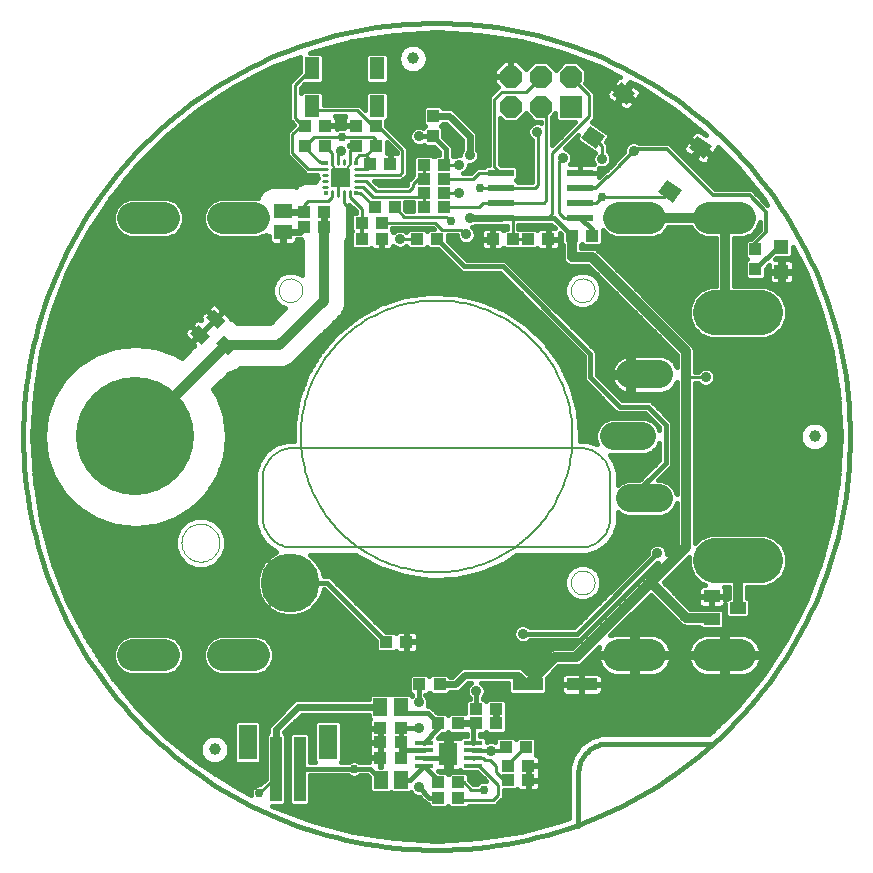
<source format=gtl>
G75*
%MOIN*%
%OFA0B0*%
%FSLAX24Y24*%
%IPPOS*%
%LPD*%
%AMOC8*
5,1,8,0,0,1.08239X$1,22.5*
%
%ADD10C,0.0160*%
%ADD11C,0.0000*%
%ADD12C,0.0105*%
%ADD13R,0.0134X0.0134*%
%ADD14C,0.0063*%
%ADD15R,0.0433X0.0394*%
%ADD16R,0.0394X0.0433*%
%ADD17C,0.3937*%
%ADD18C,0.0945*%
%ADD19C,0.1502*%
%ADD20R,0.0870X0.0240*%
%ADD21R,0.0740X0.0740*%
%ADD22OC8,0.0740*%
%ADD23R,0.0591X0.0512*%
%ADD24R,0.0394X0.0551*%
%ADD25C,0.1050*%
%ADD26R,0.0512X0.0591*%
%ADD27R,0.0394X0.2165*%
%ADD28R,0.0630X0.1181*%
%ADD29R,0.0610X0.0512*%
%ADD30R,0.1024X0.0394*%
%ADD31C,0.0394*%
%ADD32R,0.0512X0.0748*%
%ADD33R,0.0551X0.0394*%
%ADD34C,0.0050*%
%ADD35C,0.1969*%
%ADD36R,0.0630X0.0157*%
%ADD37R,0.0618X0.0744*%
%ADD38R,0.0472X0.0472*%
%ADD39C,0.0297*%
%ADD40C,0.0354*%
%ADD41C,0.0200*%
%ADD42C,0.0079*%
%ADD43C,0.0100*%
%ADD44C,0.0120*%
%ADD45C,0.0240*%
%ADD46C,0.0218*%
%ADD47C,0.0257*%
%ADD48C,0.0320*%
D10*
X004437Y004460D02*
X007254Y004460D01*
X007287Y004493D02*
X007205Y004411D01*
X007205Y003114D01*
X007287Y003032D01*
X008033Y003032D01*
X008115Y003114D01*
X008115Y004411D01*
X008033Y004493D01*
X007287Y004493D01*
X007205Y004301D02*
X004595Y004301D01*
X004754Y004143D02*
X007205Y004143D01*
X007205Y003984D02*
X006763Y003984D01*
X006762Y003987D02*
X006729Y003995D01*
X006698Y004010D01*
X006688Y004006D01*
X006685Y004007D01*
X006679Y004015D01*
X006645Y004018D01*
X006611Y004027D01*
X006602Y004022D01*
X006600Y004022D01*
X006592Y004029D01*
X006558Y004026D01*
X006524Y004029D01*
X006516Y004022D01*
X006513Y004022D01*
X006504Y004027D01*
X006471Y004018D01*
X006437Y004015D01*
X006430Y004007D01*
X006428Y004006D01*
X006418Y004010D01*
X006387Y003995D01*
X006354Y003987D01*
X006349Y003978D01*
X006347Y003977D01*
X006337Y003978D01*
X006308Y003959D01*
X006277Y003944D01*
X006274Y003934D01*
X006272Y003933D01*
X006261Y003933D01*
X006237Y003909D01*
X006209Y003889D01*
X006207Y003879D01*
X006206Y003877D01*
X006195Y003875D01*
X006176Y003847D01*
X006151Y003823D01*
X006151Y003813D01*
X006150Y003811D01*
X006140Y003807D01*
X006126Y003776D01*
X006106Y003748D01*
X006108Y003738D01*
X006107Y003735D01*
X006098Y003730D01*
X006089Y003697D01*
X006074Y003666D01*
X006078Y003656D01*
X006077Y003654D01*
X006069Y003647D01*
X006066Y003613D01*
X006058Y003580D01*
X006063Y003571D01*
X006063Y003569D01*
X006056Y003561D01*
X006059Y003526D01*
X006056Y003492D01*
X006063Y003484D01*
X006063Y003482D01*
X006058Y003473D01*
X006066Y003440D01*
X006069Y003406D01*
X006077Y003399D01*
X006078Y003397D01*
X006074Y003387D01*
X006089Y003356D01*
X006098Y003323D01*
X006107Y003317D01*
X006108Y003315D01*
X006106Y003305D01*
X006126Y003277D01*
X006140Y003246D01*
X006150Y003242D01*
X006151Y003240D01*
X006151Y003230D01*
X006176Y003206D01*
X006195Y003178D01*
X006206Y003176D01*
X006207Y003174D01*
X006209Y003164D01*
X006237Y003144D01*
X006261Y003120D01*
X006272Y003120D01*
X006274Y003118D01*
X006277Y003109D01*
X006308Y003094D01*
X006337Y003075D01*
X006347Y003076D01*
X006349Y003075D01*
X006354Y003066D01*
X006387Y003057D01*
X006418Y003043D01*
X006428Y003047D01*
X006430Y003046D01*
X006437Y003038D01*
X006471Y003035D01*
X006504Y003026D01*
X006513Y003031D01*
X006516Y003031D01*
X006524Y003024D01*
X006558Y003027D01*
X006592Y003024D01*
X006600Y003031D01*
X006602Y003031D01*
X006611Y003026D01*
X006645Y003035D01*
X006679Y003038D01*
X006685Y003046D01*
X006688Y003047D01*
X006698Y003043D01*
X006729Y003057D01*
X006762Y003066D01*
X006767Y003075D01*
X006769Y003076D01*
X006779Y003075D01*
X006808Y003094D01*
X006839Y003109D01*
X006842Y003118D01*
X006844Y003120D01*
X006855Y003120D01*
X006879Y003144D01*
X006907Y003164D01*
X006909Y003174D01*
X006910Y003176D01*
X006921Y003178D01*
X006940Y003206D01*
X006965Y003230D01*
X006965Y003240D01*
X006966Y003242D01*
X006976Y003246D01*
X006990Y003277D01*
X007010Y003305D01*
X007008Y003315D01*
X007009Y003317D01*
X007018Y003323D01*
X007027Y003356D01*
X007041Y003387D01*
X007038Y003397D01*
X007039Y003399D01*
X007046Y003406D01*
X007049Y003440D01*
X007058Y003473D01*
X007053Y003482D01*
X007053Y003484D01*
X007060Y003492D01*
X007057Y003526D01*
X007060Y003561D01*
X007053Y003569D01*
X007053Y003571D01*
X007058Y003580D01*
X007049Y003613D01*
X007046Y003647D01*
X007039Y003654D01*
X007038Y003656D01*
X007041Y003666D01*
X007027Y003697D01*
X007018Y003730D01*
X007009Y003735D01*
X007008Y003738D01*
X007010Y003748D01*
X006990Y003776D01*
X006976Y003807D01*
X006966Y003811D01*
X006965Y003813D01*
X006965Y003823D01*
X006940Y003847D01*
X006921Y003875D01*
X006910Y003877D01*
X006909Y003879D01*
X006907Y003889D01*
X006879Y003909D01*
X006855Y003933D01*
X006844Y003933D01*
X006842Y003934D01*
X006839Y003944D01*
X006808Y003959D01*
X006779Y003978D01*
X006769Y003977D01*
X006767Y003978D01*
X006762Y003987D01*
X006962Y003826D02*
X007205Y003826D01*
X007205Y003667D02*
X007041Y003667D01*
X007059Y003509D02*
X007205Y003509D01*
X007205Y003350D02*
X007025Y003350D01*
X006930Y003192D02*
X007205Y003192D01*
X007286Y003033D02*
X006637Y003033D01*
X006479Y003033D02*
X006088Y003033D01*
X006042Y003062D02*
X004947Y003950D01*
X003950Y004947D01*
X003062Y006042D01*
X002295Y007225D01*
X001655Y008481D01*
X001149Y009797D01*
X000784Y011159D01*
X000564Y012552D01*
X000490Y013960D01*
X000564Y015367D01*
X000784Y016760D01*
X001149Y018122D01*
X001655Y019438D01*
X002295Y020694D01*
X003062Y021877D01*
X003950Y022972D01*
X004947Y023969D01*
X006042Y024857D01*
X007225Y025624D01*
X008481Y026265D01*
X009410Y026621D01*
X009410Y026108D01*
X009045Y025743D01*
X009045Y024511D01*
X009203Y024353D01*
X008966Y024117D01*
X008966Y023330D01*
X009498Y022798D01*
X009609Y022687D01*
X003719Y022687D01*
X003847Y022846D02*
X009450Y022846D01*
X009292Y023004D02*
X003981Y023004D01*
X004140Y023163D02*
X009133Y023163D01*
X008975Y023321D02*
X004298Y023321D01*
X004457Y023480D02*
X008966Y023480D01*
X008966Y023638D02*
X004615Y023638D01*
X004774Y023797D02*
X008966Y023797D01*
X008966Y023955D02*
X004932Y023955D01*
X005125Y024114D02*
X008966Y024114D01*
X009121Y024272D02*
X005320Y024272D01*
X005516Y024431D02*
X009125Y024431D01*
X009045Y024589D02*
X005712Y024589D01*
X005908Y024748D02*
X009045Y024748D01*
X009045Y024906D02*
X006118Y024906D01*
X006363Y025065D02*
X009045Y025065D01*
X009045Y025223D02*
X006607Y025223D01*
X006851Y025382D02*
X009045Y025382D01*
X009045Y025540D02*
X007095Y025540D01*
X007370Y025699D02*
X009045Y025699D01*
X009159Y025857D02*
X007681Y025857D01*
X007992Y026016D02*
X009318Y026016D01*
X009410Y026174D02*
X008303Y026174D01*
X008658Y026333D02*
X009410Y026333D01*
X009410Y026491D02*
X009071Y026491D01*
X009743Y026749D02*
X009797Y026770D01*
X011159Y027135D01*
X012552Y027355D01*
X013960Y027429D01*
X015367Y027355D01*
X016760Y027135D01*
X018122Y026770D01*
X019438Y026265D01*
X020060Y025948D01*
X020036Y025944D01*
X019993Y025924D01*
X019957Y025893D01*
X019824Y025703D01*
X020182Y025453D01*
X020404Y025771D01*
X020395Y025777D01*
X020694Y025624D01*
X021877Y024857D01*
X022945Y023991D01*
X022738Y024136D01*
X022694Y024153D01*
X022646Y024157D01*
X022600Y024148D01*
X022557Y024128D01*
X022520Y024098D01*
X022388Y023908D01*
X022746Y023657D01*
X022691Y023579D01*
X022333Y023830D01*
X022200Y023640D01*
X022183Y023595D01*
X022179Y023548D01*
X022188Y023501D01*
X022208Y023459D01*
X022238Y023422D01*
X022468Y023261D01*
X022691Y023579D01*
X022769Y023524D01*
X022547Y023206D01*
X022777Y023045D01*
X022821Y023029D01*
X022869Y023025D01*
X022915Y023033D01*
X022958Y023053D01*
X022994Y023083D01*
X023127Y023273D01*
X022769Y023524D01*
X022824Y023602D01*
X023182Y023352D01*
X023315Y023541D01*
X023331Y023586D01*
X023333Y023608D01*
X023969Y022972D01*
X024857Y021877D01*
X024980Y021686D01*
X024593Y022074D01*
X024475Y022191D01*
X023255Y022191D01*
X021837Y023609D01*
X021720Y023726D01*
X020743Y023726D01*
X020714Y023756D01*
X020597Y023804D01*
X020471Y023804D01*
X020355Y023756D01*
X020265Y023667D01*
X020217Y023550D01*
X020217Y023453D01*
X019862Y023097D01*
X019862Y023083D01*
X019580Y022801D01*
X019566Y022801D01*
X019369Y022605D01*
X019369Y022741D01*
X018754Y022741D01*
X018754Y023041D01*
X018411Y023041D01*
X018441Y023071D01*
X018489Y023188D01*
X018489Y023314D01*
X018441Y023431D01*
X018352Y023520D01*
X018243Y023565D01*
X018683Y024005D01*
X018633Y023933D01*
X018653Y023819D01*
X019228Y023416D01*
X019202Y023391D01*
X019154Y023275D01*
X019154Y023148D01*
X019199Y023041D01*
X018754Y023041D01*
X018754Y022741D01*
X018754Y022741D01*
X018754Y022741D01*
X019369Y022741D01*
X019369Y022885D01*
X019361Y022914D01*
X019408Y022894D01*
X019534Y022894D01*
X019651Y022943D01*
X019740Y023032D01*
X019789Y023148D01*
X019789Y023275D01*
X019740Y023391D01*
X019661Y023470D01*
X019661Y023719D01*
X019608Y023773D01*
X019722Y023936D01*
X019702Y024051D01*
X019130Y024451D01*
X019228Y024550D01*
X019228Y025420D01*
X018919Y025729D01*
X018934Y025744D01*
X018934Y026167D01*
X018635Y026466D01*
X018213Y026466D01*
X017924Y026177D01*
X017635Y026466D01*
X017213Y026466D01*
X016952Y026205D01*
X016652Y026506D01*
X016444Y026506D01*
X016444Y025976D01*
X016404Y025976D01*
X016404Y026506D01*
X016196Y026506D01*
X015874Y026183D01*
X015874Y025976D01*
X016404Y025976D01*
X016404Y025936D01*
X015874Y025936D01*
X015874Y025728D01*
X016001Y025601D01*
X015935Y025534D01*
X015699Y025298D01*
X015699Y023001D01*
X015611Y023001D01*
X015539Y022929D01*
X015298Y022929D01*
X015187Y022818D01*
X015101Y022732D01*
X014854Y022732D01*
X014887Y022746D01*
X014976Y022835D01*
X015025Y022952D01*
X015025Y023012D01*
X015125Y023012D01*
X015242Y023061D01*
X015331Y023150D01*
X015379Y023267D01*
X015379Y023393D01*
X015331Y023509D01*
X015322Y023518D01*
X015322Y024011D01*
X015282Y024107D01*
X015209Y024180D01*
X014520Y024869D01*
X014425Y024909D01*
X014178Y024909D01*
X014178Y024923D01*
X014096Y025005D01*
X013587Y025005D01*
X013505Y024923D01*
X013505Y024374D01*
X013565Y024314D01*
X013505Y024254D01*
X013505Y024247D01*
X013432Y024277D01*
X013306Y024277D01*
X013189Y024228D01*
X013100Y024139D01*
X013052Y024023D01*
X013052Y023896D01*
X013100Y023780D01*
X013189Y023691D01*
X013306Y023642D01*
X013432Y023642D01*
X013527Y023682D01*
X013587Y023623D01*
X013867Y023623D01*
X014054Y023435D01*
X014054Y023351D01*
X013941Y023351D01*
X013881Y023291D01*
X013821Y023351D01*
X013272Y023351D01*
X013190Y023269D01*
X013190Y022671D01*
X013140Y022621D01*
X012982Y022463D01*
X012982Y022345D01*
X012975Y022339D01*
X012030Y022339D01*
X011879Y022490D01*
X012814Y022490D01*
X012925Y022601D01*
X013008Y022684D01*
X013008Y023585D01*
X012289Y024305D01*
X012289Y024465D01*
X012367Y024543D01*
X012367Y025407D01*
X012285Y025489D01*
X011657Y025489D01*
X011575Y025407D01*
X011575Y024841D01*
X011400Y025016D01*
X010202Y025016D01*
X010202Y025407D01*
X010120Y025489D01*
X009492Y025489D01*
X009425Y025422D01*
X009425Y025586D01*
X009561Y025721D01*
X010120Y025721D01*
X010202Y025803D01*
X010202Y026667D01*
X010120Y026749D01*
X009743Y026749D01*
X009940Y026808D02*
X012740Y026808D01*
X012720Y026779D01*
X012722Y026769D01*
X012721Y026767D01*
X012712Y026762D01*
X012703Y026729D01*
X012689Y026698D01*
X012692Y026688D01*
X012692Y026685D01*
X012684Y026679D01*
X012681Y026645D01*
X012672Y026611D01*
X012677Y026602D01*
X012677Y026600D01*
X012670Y026592D01*
X012673Y026558D01*
X012670Y026524D01*
X012677Y026516D01*
X012677Y026513D01*
X012672Y026504D01*
X012681Y026471D01*
X012684Y026437D01*
X012692Y026430D01*
X012692Y026428D01*
X012689Y026418D01*
X012703Y026387D01*
X012712Y026354D01*
X012721Y026349D01*
X012722Y026347D01*
X012720Y026337D01*
X012740Y026308D01*
X012754Y026277D01*
X012764Y026274D01*
X012766Y026272D01*
X012766Y026261D01*
X012790Y026237D01*
X012809Y026209D01*
X012820Y026207D01*
X012821Y026206D01*
X012823Y026195D01*
X012851Y026176D01*
X012876Y026151D01*
X012886Y026151D01*
X012888Y026150D01*
X012891Y026140D01*
X012923Y026126D01*
X012951Y026106D01*
X012961Y026108D01*
X012963Y026107D01*
X012968Y026098D01*
X013001Y026089D01*
X013033Y026074D01*
X013042Y026078D01*
X013045Y026077D01*
X013051Y026069D01*
X013085Y026066D01*
X013119Y026058D01*
X013128Y026063D01*
X013130Y026063D01*
X013138Y026056D01*
X013172Y026059D01*
X013206Y026056D01*
X013214Y026063D01*
X013217Y026063D01*
X013226Y026058D01*
X013259Y026066D01*
X013293Y026069D01*
X013300Y026077D01*
X013302Y026078D01*
X013312Y026074D01*
X013343Y026089D01*
X013376Y026098D01*
X013381Y026107D01*
X013383Y026108D01*
X013394Y026106D01*
X013422Y026126D01*
X013453Y026140D01*
X013456Y026150D01*
X013458Y026151D01*
X013469Y026151D01*
X013493Y026176D01*
X013521Y026195D01*
X013523Y026206D01*
X013525Y026207D01*
X013535Y026209D01*
X013554Y026237D01*
X013579Y026261D01*
X013579Y026272D01*
X013580Y026274D01*
X013590Y026277D01*
X013604Y026308D01*
X013624Y026337D01*
X013622Y026347D01*
X013623Y026349D01*
X013632Y026354D01*
X013641Y026387D01*
X013656Y026418D01*
X013652Y026428D01*
X013653Y026430D01*
X013661Y026437D01*
X013664Y026471D01*
X013673Y026504D01*
X013667Y026513D01*
X013668Y026516D01*
X013674Y026524D01*
X013671Y026558D01*
X013674Y026592D01*
X013668Y026600D01*
X013667Y026602D01*
X013673Y026611D01*
X013664Y026645D01*
X013661Y026679D01*
X013653Y026685D01*
X013652Y026688D01*
X013656Y026698D01*
X013641Y026729D01*
X013632Y026762D01*
X013623Y026767D01*
X013622Y026769D01*
X013624Y026779D01*
X013604Y026808D01*
X017979Y026808D01*
X018435Y026650D02*
X013663Y026650D01*
X013669Y026491D02*
X016182Y026491D01*
X016404Y026491D02*
X016444Y026491D01*
X016444Y026333D02*
X016404Y026333D01*
X016404Y026174D02*
X016444Y026174D01*
X016444Y026016D02*
X016404Y026016D01*
X016825Y026333D02*
X017080Y026333D01*
X016666Y026491D02*
X018848Y026491D01*
X018768Y026333D02*
X019261Y026333D01*
X018927Y026174D02*
X019616Y026174D01*
X019927Y026016D02*
X018934Y026016D01*
X018934Y025857D02*
X019931Y025857D01*
X019831Y025699D02*
X018950Y025699D01*
X019108Y025540D02*
X019709Y025540D01*
X019769Y025625D02*
X019636Y025435D01*
X019620Y025391D01*
X019615Y025343D01*
X019624Y025297D01*
X019644Y025254D01*
X019674Y025217D01*
X019904Y025056D01*
X020127Y025374D01*
X020205Y025319D01*
X019983Y025001D01*
X020213Y024840D01*
X020257Y024824D01*
X020305Y024820D01*
X020351Y024828D01*
X020394Y024848D01*
X020431Y024879D01*
X020563Y025068D01*
X020205Y025319D01*
X020260Y025398D01*
X020182Y025453D01*
X020127Y025374D01*
X019769Y025625D01*
X019890Y025540D02*
X020057Y025540D01*
X020116Y025382D02*
X020132Y025382D01*
X020249Y025382D02*
X020283Y025382D01*
X020260Y025398D02*
X020618Y025147D01*
X020751Y025337D01*
X020768Y025381D01*
X020772Y025428D01*
X020763Y025475D01*
X020743Y025518D01*
X020713Y025554D01*
X020483Y025715D01*
X020260Y025398D01*
X020243Y025540D02*
X020360Y025540D01*
X020354Y025699D02*
X020471Y025699D01*
X020507Y025699D02*
X020549Y025699D01*
X020725Y025540D02*
X020824Y025540D01*
X020768Y025382D02*
X021068Y025382D01*
X021312Y025223D02*
X020672Y025223D01*
X020510Y025223D02*
X020343Y025223D01*
X020138Y025223D02*
X020021Y025223D01*
X020027Y025065D02*
X019910Y025065D01*
X019893Y025065D02*
X019228Y025065D01*
X019228Y025223D02*
X019669Y025223D01*
X019619Y025382D02*
X019228Y025382D01*
X019228Y024906D02*
X020119Y024906D01*
X020450Y024906D02*
X021801Y024906D01*
X022011Y024748D02*
X019228Y024748D01*
X019228Y024589D02*
X022207Y024589D01*
X022403Y024431D02*
X019159Y024431D01*
X019386Y024272D02*
X022599Y024272D01*
X022539Y024114D02*
X019612Y024114D01*
X019719Y023955D02*
X022420Y023955D01*
X022380Y023797D02*
X022547Y023797D01*
X022606Y023638D02*
X022732Y023638D01*
X022738Y023480D02*
X022621Y023480D01*
X022627Y023321D02*
X022510Y023321D01*
X022383Y023321D02*
X022125Y023321D01*
X022198Y023480D02*
X021966Y023480D01*
X021808Y023638D02*
X022199Y023638D01*
X022309Y023797D02*
X020616Y023797D01*
X020453Y023797D02*
X019624Y023797D01*
X019661Y023638D02*
X020254Y023638D01*
X020217Y023480D02*
X019661Y023480D01*
X019769Y023321D02*
X020085Y023321D01*
X019927Y023163D02*
X019789Y023163D01*
X019783Y023004D02*
X019712Y023004D01*
X019624Y022846D02*
X019369Y022846D01*
X019369Y022687D02*
X019451Y022687D01*
X019154Y023163D02*
X018479Y023163D01*
X018486Y023321D02*
X019173Y023321D01*
X019137Y023480D02*
X018392Y023480D01*
X018316Y023638D02*
X018911Y023638D01*
X018684Y023797D02*
X018475Y023797D01*
X018633Y023955D02*
X018648Y023955D01*
X018413Y024272D02*
X017811Y024272D01*
X017811Y024114D02*
X018254Y024114D01*
X018096Y023955D02*
X017811Y023955D01*
X017811Y023797D02*
X017937Y023797D01*
X017811Y023670D02*
X017811Y024621D01*
X017914Y024724D01*
X017914Y024528D01*
X017996Y024446D01*
X018586Y024446D01*
X017811Y023670D01*
X017155Y023638D02*
X016079Y023638D01*
X016079Y023480D02*
X017155Y023480D01*
X017155Y023321D02*
X016079Y023321D01*
X016079Y023163D02*
X017155Y023163D01*
X017155Y023004D02*
X016110Y023004D01*
X016113Y023001D02*
X016079Y023035D01*
X016079Y024580D01*
X016213Y024446D01*
X016635Y024446D01*
X016924Y024734D01*
X017213Y024446D01*
X017431Y024446D01*
X017431Y024409D01*
X017369Y024434D01*
X017243Y024434D01*
X017126Y024386D01*
X017037Y024297D01*
X016989Y024180D01*
X016989Y024054D01*
X017037Y023937D01*
X017126Y023848D01*
X017155Y023836D01*
X017155Y022431D01*
X016667Y022431D01*
X016607Y022491D01*
X016679Y022563D01*
X016679Y022919D01*
X016597Y023001D01*
X016113Y023001D01*
X015699Y023004D02*
X015025Y023004D01*
X014981Y022846D02*
X015215Y022846D01*
X015336Y023163D02*
X015699Y023163D01*
X015699Y023321D02*
X015379Y023321D01*
X015343Y023480D02*
X015699Y023480D01*
X015699Y023638D02*
X015322Y023638D01*
X015322Y023797D02*
X015699Y023797D01*
X015699Y023955D02*
X015322Y023955D01*
X015276Y024114D02*
X015699Y024114D01*
X015699Y024272D02*
X015117Y024272D01*
X014959Y024431D02*
X015699Y024431D01*
X015699Y024589D02*
X014800Y024589D01*
X014642Y024748D02*
X015699Y024748D01*
X015699Y024906D02*
X014431Y024906D01*
X014265Y024389D02*
X014802Y023852D01*
X014802Y023518D01*
X014793Y023509D01*
X014745Y023393D01*
X014745Y023332D01*
X014644Y023332D01*
X014549Y023292D01*
X014494Y023347D01*
X014494Y023618D01*
X014366Y023746D01*
X014178Y023934D01*
X014178Y024254D01*
X014118Y024314D01*
X014178Y024374D01*
X014178Y024389D01*
X014265Y024389D01*
X014160Y024272D02*
X014382Y024272D01*
X014540Y024114D02*
X014178Y024114D01*
X014178Y023955D02*
X014699Y023955D01*
X014802Y023797D02*
X014316Y023797D01*
X014474Y023638D02*
X014802Y023638D01*
X014781Y023480D02*
X014494Y023480D01*
X014520Y023321D02*
X014618Y023321D01*
X014274Y023526D02*
X014274Y023034D01*
X013910Y023321D02*
X013851Y023321D01*
X014010Y023480D02*
X013008Y023480D01*
X013008Y023321D02*
X013241Y023321D01*
X013190Y023163D02*
X013008Y023163D01*
X013008Y023004D02*
X013190Y023004D01*
X013190Y022846D02*
X013008Y022846D01*
X013008Y022687D02*
X013190Y022687D01*
X013047Y022529D02*
X012852Y022529D01*
X012982Y022370D02*
X011999Y022370D01*
X012402Y023045D02*
X012402Y023403D01*
X012292Y023403D01*
X012292Y023763D01*
X012628Y023428D01*
X012628Y023403D01*
X012439Y023403D01*
X012439Y023045D01*
X012402Y023045D01*
X012402Y023163D02*
X012439Y023163D01*
X012439Y023321D02*
X012402Y023321D01*
X012292Y023480D02*
X012576Y023480D01*
X012418Y023638D02*
X012292Y023638D01*
X012638Y023955D02*
X013052Y023955D01*
X013089Y024114D02*
X012480Y024114D01*
X012321Y024272D02*
X013295Y024272D01*
X013443Y024272D02*
X013523Y024272D01*
X013505Y024431D02*
X012289Y024431D01*
X012367Y024589D02*
X013505Y024589D01*
X013505Y024748D02*
X012367Y024748D01*
X012367Y024906D02*
X013505Y024906D01*
X013369Y023960D02*
X013822Y023960D01*
X013841Y023979D01*
X013841Y023960D02*
X014274Y023526D01*
X013571Y023638D02*
X012955Y023638D01*
X013093Y023797D02*
X012797Y023797D01*
X012367Y025065D02*
X015699Y025065D01*
X015699Y025223D02*
X012367Y025223D01*
X012367Y025382D02*
X015782Y025382D01*
X015941Y025540D02*
X009425Y025540D01*
X009538Y025699D02*
X015903Y025699D01*
X015874Y025857D02*
X012367Y025857D01*
X012367Y025803D02*
X012285Y025721D01*
X011657Y025721D01*
X011575Y025803D01*
X011575Y026667D01*
X011657Y026749D01*
X012285Y026749D01*
X012367Y026667D01*
X012367Y025803D01*
X012367Y026016D02*
X015874Y026016D01*
X015874Y026174D02*
X013491Y026174D01*
X013621Y026333D02*
X016023Y026333D01*
X015820Y027284D02*
X012099Y027284D01*
X012367Y026650D02*
X012681Y026650D01*
X012675Y026491D02*
X012367Y026491D01*
X012367Y026333D02*
X012723Y026333D01*
X012853Y026174D02*
X012367Y026174D01*
X012740Y026808D02*
X012754Y026839D01*
X012764Y026842D01*
X012766Y026844D01*
X012766Y026855D01*
X012790Y026879D01*
X012809Y026907D01*
X012820Y026909D01*
X012821Y026910D01*
X012823Y026921D01*
X012851Y026940D01*
X012876Y026965D01*
X012886Y026965D01*
X012888Y026966D01*
X012891Y026976D01*
X012923Y026990D01*
X012951Y027010D01*
X012961Y027008D01*
X012963Y027009D01*
X012968Y027018D01*
X013001Y027027D01*
X013033Y027041D01*
X013042Y027038D01*
X013045Y027039D01*
X013051Y027046D01*
X013085Y027049D01*
X013119Y027058D01*
X013128Y027053D01*
X013130Y027053D01*
X013138Y027060D01*
X013172Y027057D01*
X013206Y027060D01*
X013214Y027053D01*
X013217Y027053D01*
X013226Y027058D01*
X013259Y027049D01*
X013293Y027046D01*
X013300Y027039D01*
X013302Y027038D01*
X013312Y027041D01*
X013343Y027027D01*
X013376Y027018D01*
X013381Y027009D01*
X013383Y027008D01*
X013394Y027010D01*
X013422Y026990D01*
X013453Y026976D01*
X013456Y026966D01*
X013458Y026965D01*
X013469Y026965D01*
X013493Y026940D01*
X013521Y026921D01*
X013523Y026910D01*
X013525Y026909D01*
X013535Y026907D01*
X013554Y026879D01*
X013579Y026855D01*
X013579Y026844D01*
X013580Y026842D01*
X013590Y026839D01*
X013604Y026808D01*
X013456Y026967D02*
X017388Y026967D01*
X016796Y027125D02*
X011123Y027125D01*
X010531Y026967D02*
X012888Y026967D01*
X011575Y026650D02*
X010202Y026650D01*
X010202Y026491D02*
X011575Y026491D01*
X011575Y026333D02*
X010202Y026333D01*
X010202Y026174D02*
X011575Y026174D01*
X011575Y026016D02*
X010202Y026016D01*
X010202Y025857D02*
X011575Y025857D01*
X011575Y025382D02*
X010202Y025382D01*
X010202Y025223D02*
X011575Y025223D01*
X011575Y025065D02*
X010202Y025065D01*
X010585Y024636D02*
X010917Y024636D01*
X010902Y024621D01*
X010878Y024580D01*
X010866Y024534D01*
X010866Y024332D01*
X011244Y024332D01*
X011244Y024295D01*
X010866Y024295D01*
X010866Y024241D01*
X010859Y024244D01*
X010745Y024244D01*
X010639Y024200D01*
X010636Y024197D01*
X010636Y024295D01*
X010257Y024295D01*
X010257Y024332D01*
X010636Y024332D01*
X010636Y024534D01*
X010623Y024580D01*
X010600Y024621D01*
X010585Y024636D01*
X010618Y024589D02*
X010884Y024589D01*
X010866Y024431D02*
X010636Y024431D01*
X010636Y024272D02*
X010866Y024272D01*
X011041Y023663D02*
X011248Y023663D01*
X011248Y023626D01*
X011056Y023626D01*
X011041Y023663D01*
X011051Y023638D02*
X011248Y023638D01*
X009985Y022687D02*
X009985Y022598D01*
X010001Y022582D01*
X009985Y022566D01*
X009985Y022530D01*
X009936Y022482D01*
X009913Y022424D01*
X009543Y022424D01*
X009311Y022328D01*
X009271Y022288D01*
X009252Y022295D01*
X008431Y022295D01*
X008218Y022207D01*
X008054Y022044D01*
X007998Y021908D01*
X006702Y021908D01*
X006458Y021807D01*
X006271Y021620D01*
X006170Y021375D01*
X006170Y021111D01*
X006271Y020866D01*
X006458Y020679D01*
X006702Y020578D01*
X008017Y020578D01*
X008261Y020679D01*
X008272Y020690D01*
X008366Y020650D01*
X008366Y020511D01*
X008378Y020465D01*
X008402Y020424D01*
X008436Y020390D01*
X008477Y020367D01*
X008522Y020354D01*
X008793Y020354D01*
X008793Y020624D01*
X008889Y020624D01*
X008889Y020354D01*
X009160Y020354D01*
X009206Y020367D01*
X009247Y020390D01*
X009281Y020424D01*
X009304Y020465D01*
X009317Y020511D01*
X009317Y020551D01*
X009430Y020551D01*
X009460Y020479D01*
X009460Y019341D01*
X009443Y019358D01*
X009214Y019453D01*
X008965Y019453D01*
X008736Y019358D01*
X008561Y019183D01*
X008466Y018954D01*
X008466Y018705D01*
X008561Y018476D01*
X008736Y018301D01*
X008913Y018227D01*
X008417Y017731D01*
X007310Y017731D01*
X007216Y017826D01*
X007101Y017873D01*
X007097Y017890D01*
X007073Y017932D01*
X008618Y017932D01*
X008776Y018091D02*
X006914Y018091D01*
X006874Y018130D02*
X006621Y017877D01*
X006595Y017903D01*
X006848Y018156D01*
X006650Y018355D01*
X006609Y018378D01*
X006563Y018391D01*
X006516Y018391D01*
X006470Y018378D01*
X006429Y018355D01*
X006286Y018212D01*
X006595Y017903D01*
X006569Y017877D01*
X006260Y018186D01*
X006117Y018043D01*
X006093Y018002D01*
X006081Y017956D01*
X006081Y017909D01*
X006093Y017863D01*
X006111Y017831D01*
X006080Y017850D01*
X006034Y017862D01*
X005987Y017862D01*
X005941Y017850D01*
X005900Y017826D01*
X005757Y017683D01*
X006066Y017374D01*
X006315Y017623D01*
X006569Y017877D01*
X006595Y017851D01*
X006578Y017833D01*
X006559Y017826D01*
X006117Y017384D01*
X006109Y017365D01*
X006092Y017348D01*
X006066Y017374D01*
X006040Y017348D01*
X005731Y017657D01*
X005588Y017514D01*
X005564Y017473D01*
X005552Y017427D01*
X005552Y017380D01*
X005564Y017334D01*
X005588Y017293D01*
X005786Y017094D01*
X006040Y017348D01*
X006066Y017322D01*
X005813Y017068D01*
X005889Y016992D01*
X005471Y016574D01*
X005247Y016714D01*
X005247Y016714D01*
X004601Y016941D01*
X004601Y016941D01*
X003920Y017017D01*
X003240Y016941D01*
X003240Y016941D01*
X002593Y016714D01*
X002014Y016350D01*
X002014Y016350D01*
X001530Y015866D01*
X001165Y015286D01*
X000939Y014640D01*
X000939Y014640D01*
X000862Y013960D01*
X000862Y013960D01*
X000939Y013279D01*
X001165Y012633D01*
X001165Y012633D01*
X001530Y012053D01*
X002014Y011569D01*
X002593Y011205D01*
X003240Y010978D01*
X003920Y010902D01*
X003920Y010902D01*
X004601Y010978D01*
X005247Y011205D01*
X005827Y011569D01*
X006311Y012053D01*
X006675Y012633D01*
X006901Y013279D01*
X006901Y013279D01*
X006978Y013960D01*
X006901Y014640D01*
X006675Y015286D01*
X006675Y015286D01*
X006521Y015531D01*
X007075Y016086D01*
X007114Y016086D01*
X007327Y016174D01*
X007404Y016251D01*
X008871Y016251D01*
X009142Y016364D01*
X009351Y016572D01*
X010827Y018048D01*
X010940Y018320D01*
X010940Y020479D01*
X010996Y020616D01*
X010996Y021562D01*
X011009Y021575D01*
X011052Y021677D01*
X011270Y021460D01*
X011270Y021422D01*
X011185Y021422D01*
X011103Y021340D01*
X011103Y020831D01*
X011124Y020810D01*
X011103Y020789D01*
X011103Y020279D01*
X011185Y020197D01*
X011734Y020197D01*
X011767Y020230D01*
X011768Y020227D01*
X011802Y020193D01*
X011843Y020170D01*
X011889Y020157D01*
X012110Y020157D01*
X012110Y020516D01*
X012147Y020516D01*
X012147Y020157D01*
X012369Y020157D01*
X012415Y020170D01*
X012456Y020193D01*
X012489Y020227D01*
X012513Y020268D01*
X012522Y020303D01*
X012559Y020265D01*
X012676Y020217D01*
X012802Y020217D01*
X012919Y020265D01*
X012953Y020300D01*
X012953Y020279D01*
X013035Y020197D01*
X013584Y020197D01*
X013645Y020258D01*
X013705Y020197D01*
X014005Y020197D01*
X014794Y019409D01*
X016073Y019409D01*
X018858Y016624D01*
X018858Y015837D01*
X019842Y014853D01*
X019971Y014724D01*
X020916Y014724D01*
X021377Y014262D01*
X021377Y014190D01*
X021329Y014306D01*
X021157Y014479D01*
X020932Y014572D01*
X019743Y014572D01*
X019518Y014479D01*
X019346Y014306D01*
X019253Y014081D01*
X019253Y013838D01*
X019306Y013708D01*
X018959Y013821D01*
X018732Y013821D01*
X018745Y013960D01*
X018668Y014814D01*
X018439Y015641D01*
X018067Y016414D01*
X017563Y017108D01*
X016943Y017701D01*
X016227Y018173D01*
X015438Y018510D01*
X014602Y018701D01*
X013745Y018740D01*
X012895Y018625D01*
X012079Y018359D01*
X012079Y018359D01*
X011323Y017953D01*
X010653Y017418D01*
X010088Y016772D01*
X009648Y016036D01*
X009648Y016036D01*
X009347Y015233D01*
X009347Y015233D01*
X009194Y014388D01*
X009194Y013821D01*
X008960Y013821D01*
X008587Y013700D01*
X008269Y013469D01*
X008269Y013469D01*
X008269Y013469D01*
X008038Y013151D01*
X007917Y012778D01*
X007917Y011047D01*
X008038Y010673D01*
X008269Y010356D01*
X008269Y010356D01*
X008587Y010125D01*
X008617Y010115D01*
X008399Y009989D01*
X008190Y009780D01*
X008042Y009523D01*
X007965Y009238D01*
X007965Y008942D01*
X008042Y008656D01*
X008190Y008399D01*
X008399Y008190D01*
X008656Y008042D01*
X008942Y007965D01*
X009238Y007965D01*
X009523Y008042D01*
X009780Y008190D01*
X009989Y008399D01*
X010137Y008656D01*
X010194Y008870D01*
X010215Y008870D01*
X011930Y007155D01*
X011930Y006854D01*
X012012Y006772D01*
X012561Y006772D01*
X012593Y006805D01*
X012595Y006802D01*
X012629Y006768D01*
X012670Y006745D01*
X012715Y006732D01*
X012937Y006732D01*
X012937Y007091D01*
X012974Y007091D01*
X012974Y007128D01*
X012937Y007128D01*
X012937Y007486D01*
X012715Y007486D01*
X012670Y007474D01*
X012629Y007450D01*
X012595Y007417D01*
X012593Y007414D01*
X012561Y007446D01*
X012261Y007446D01*
X010397Y009310D01*
X010194Y009310D01*
X010137Y009523D01*
X009989Y009780D01*
X009780Y009989D01*
X009755Y010004D01*
X011276Y010004D01*
X011323Y009966D01*
X011323Y009966D01*
X012079Y009560D01*
X012895Y009294D01*
X013745Y009179D01*
X014602Y009218D01*
X015438Y009409D01*
X015438Y009409D01*
X016227Y009746D01*
X016618Y010004D01*
X018959Y010004D01*
X019332Y010125D01*
X019332Y010125D01*
X019650Y010356D01*
X019881Y010673D01*
X019881Y010673D01*
X020002Y011047D01*
X020002Y011445D01*
X020073Y011373D01*
X020298Y011280D01*
X021487Y011280D01*
X021712Y011373D01*
X021884Y011546D01*
X021967Y011745D01*
X021967Y010383D01*
X021639Y010055D01*
X021639Y010125D01*
X021591Y010242D01*
X021501Y010331D01*
X021385Y010379D01*
X021259Y010379D01*
X021142Y010331D01*
X021053Y010242D01*
X021005Y010125D01*
X021005Y010056D01*
X018553Y007605D01*
X017062Y007605D01*
X017013Y007654D01*
X016897Y007702D01*
X016770Y007702D01*
X016654Y007654D01*
X016565Y007564D01*
X016516Y007448D01*
X016516Y007322D01*
X016565Y007205D01*
X016654Y007116D01*
X016770Y007068D01*
X016897Y007068D01*
X017013Y007116D01*
X017062Y007165D01*
X018736Y007165D01*
X018865Y007294D01*
X021316Y009745D01*
X021328Y009745D01*
X020935Y009352D01*
X020851Y009267D01*
X018481Y006897D01*
X017837Y006897D01*
X017727Y006852D01*
X016963Y006088D01*
X016896Y006154D01*
X016823Y006227D01*
X016728Y006267D01*
X014853Y006267D01*
X014757Y006227D01*
X014684Y006154D01*
X014482Y005952D01*
X014409Y005952D01*
X014332Y006029D01*
X013783Y006029D01*
X013723Y005969D01*
X013663Y006029D01*
X013114Y006029D01*
X013032Y005947D01*
X013032Y005437D01*
X013114Y005355D01*
X013149Y005355D01*
X013149Y005330D01*
X013135Y005316D01*
X013073Y005379D01*
X012445Y005379D01*
X012424Y005358D01*
X012403Y005379D01*
X011776Y005379D01*
X011694Y005297D01*
X011694Y005204D01*
X009302Y005204D01*
X009206Y005164D01*
X008458Y004416D01*
X008385Y004343D01*
X008345Y004247D01*
X008345Y004094D01*
X008268Y004018D01*
X008268Y002553D01*
X008074Y002358D01*
X007997Y002358D01*
X007891Y002314D01*
X007810Y002233D01*
X007766Y002127D01*
X007766Y002019D01*
X007225Y002295D01*
X006042Y003062D01*
X006186Y003192D02*
X005883Y003192D01*
X005687Y003350D02*
X006090Y003350D01*
X006057Y003509D02*
X005492Y003509D01*
X005296Y003667D02*
X006075Y003667D01*
X006154Y003826D02*
X005100Y003826D01*
X004912Y003984D02*
X006353Y003984D01*
X006332Y002875D02*
X008268Y002875D01*
X008268Y003033D02*
X008034Y003033D01*
X008115Y003192D02*
X008268Y003192D01*
X008268Y003350D02*
X008115Y003350D01*
X008115Y003509D02*
X008268Y003509D01*
X008268Y003667D02*
X008115Y003667D01*
X008115Y003826D02*
X008268Y003826D01*
X008268Y003984D02*
X008115Y003984D01*
X008115Y004143D02*
X008345Y004143D01*
X008367Y004301D02*
X008115Y004301D01*
X008067Y004460D02*
X008501Y004460D01*
X008660Y004618D02*
X004278Y004618D01*
X004120Y004777D02*
X008818Y004777D01*
X008977Y004935D02*
X003961Y004935D01*
X003831Y005094D02*
X009135Y005094D01*
X009461Y004684D02*
X011694Y004684D01*
X011694Y004591D01*
X011735Y004549D01*
X011729Y004542D01*
X011705Y004501D01*
X011693Y004456D01*
X011693Y004254D01*
X012071Y004254D01*
X012071Y004217D01*
X011693Y004217D01*
X011693Y004015D01*
X011697Y003999D01*
X011693Y003983D01*
X011693Y003781D01*
X012071Y003781D01*
X012071Y003744D01*
X012108Y003744D01*
X012108Y003269D01*
X012071Y003269D01*
X012071Y003232D01*
X012108Y003232D01*
X012108Y002954D01*
X012071Y002954D01*
X012071Y003232D01*
X011693Y003232D01*
X011693Y003097D01*
X011392Y003097D01*
X011367Y003121D01*
X011261Y003165D01*
X011146Y003165D01*
X011040Y003121D01*
X011016Y003097D01*
X010775Y003097D01*
X010792Y003114D01*
X010792Y004411D01*
X010710Y004493D01*
X009965Y004493D01*
X009883Y004411D01*
X009883Y003114D01*
X009900Y003097D01*
X009729Y003097D01*
X009729Y004018D01*
X009647Y004100D01*
X009138Y004100D01*
X009056Y004018D01*
X009056Y001736D01*
X009138Y001654D01*
X009647Y001654D01*
X009729Y001736D01*
X009729Y002657D01*
X011016Y002657D01*
X011040Y002632D01*
X011146Y002588D01*
X011261Y002588D01*
X011367Y002632D01*
X011392Y002657D01*
X011644Y002657D01*
X011697Y002603D01*
X011697Y002165D01*
X011779Y002083D01*
X012407Y002083D01*
X012428Y002104D01*
X012449Y002083D01*
X013077Y002083D01*
X013094Y002101D01*
X013100Y002087D01*
X013189Y001998D01*
X013306Y001949D01*
X013375Y001949D01*
X013632Y001692D01*
X013662Y001692D01*
X013662Y001657D01*
X013744Y001575D01*
X014293Y001575D01*
X014353Y001636D01*
X014413Y001575D01*
X014962Y001575D01*
X015031Y001644D01*
X015928Y001644D01*
X016085Y001801D01*
X016197Y001912D01*
X016197Y002166D01*
X016616Y002166D01*
X016648Y002198D01*
X016650Y002195D01*
X016684Y002162D01*
X016725Y002138D01*
X016770Y002126D01*
X016992Y002126D01*
X016992Y002484D01*
X017029Y002484D01*
X017029Y002126D01*
X017251Y002126D01*
X017297Y002138D01*
X017338Y002162D01*
X017371Y002195D01*
X017395Y002237D01*
X017407Y002282D01*
X017407Y002484D01*
X017029Y002484D01*
X017029Y002521D01*
X017407Y002521D01*
X017407Y002723D01*
X017403Y002739D01*
X017407Y002755D01*
X017407Y002957D01*
X017029Y002957D01*
X017029Y002521D01*
X016992Y002521D01*
X016992Y002598D01*
X016992Y002957D01*
X017029Y002957D01*
X017029Y002994D01*
X017407Y002994D01*
X017407Y003196D01*
X017395Y003242D01*
X017371Y003283D01*
X017338Y003316D01*
X017297Y003340D01*
X017282Y003344D01*
X017289Y003350D01*
X017289Y003860D01*
X017206Y003942D01*
X016657Y003942D01*
X016597Y003882D01*
X016537Y003942D01*
X015988Y003942D01*
X015906Y003860D01*
X015906Y003774D01*
X015834Y003804D01*
X015707Y003804D01*
X015635Y003774D01*
X015635Y003890D01*
X015553Y003972D01*
X015400Y003972D01*
X015400Y004056D01*
X015553Y004056D01*
X015613Y004116D01*
X015673Y004056D01*
X016222Y004056D01*
X016304Y004138D01*
X016304Y005120D01*
X016222Y005202D01*
X015673Y005202D01*
X015613Y005142D01*
X015553Y005202D01*
X015498Y005202D01*
X015498Y005247D01*
X015547Y005296D01*
X015596Y005412D01*
X015596Y005538D01*
X015547Y005655D01*
X015458Y005744D01*
X015452Y005747D01*
X016339Y005747D01*
X016339Y005437D01*
X016421Y005355D01*
X017561Y005355D01*
X017643Y005437D01*
X017643Y005919D01*
X018021Y006297D01*
X018665Y006297D01*
X018775Y006343D01*
X018860Y006427D01*
X018860Y006427D01*
X019387Y006955D01*
X019366Y006903D01*
X019342Y006814D01*
X019334Y006756D01*
X020480Y006756D01*
X020480Y007381D01*
X019988Y007381D01*
X019897Y007369D01*
X019807Y007345D01*
X019756Y007324D01*
X021105Y008673D01*
X022032Y007746D01*
X022116Y007662D01*
X022227Y007616D01*
X022723Y007616D01*
X022799Y007540D01*
X023466Y007540D01*
X023548Y007622D01*
X023548Y008132D01*
X023466Y008214D01*
X023120Y008214D01*
X023114Y008216D01*
X023065Y008216D01*
X023016Y008220D01*
X023005Y008216D01*
X022411Y008216D01*
X021529Y009097D01*
X022357Y009924D01*
X022357Y009648D01*
X022492Y009321D01*
X022743Y009070D01*
X022908Y009002D01*
X022833Y009002D01*
X022788Y008989D01*
X022747Y008966D01*
X022713Y008932D01*
X022689Y008891D01*
X022677Y008845D01*
X022677Y008643D01*
X023114Y008643D01*
X023114Y008606D01*
X023151Y008606D01*
X023151Y008248D01*
X023432Y008248D01*
X023478Y008260D01*
X023519Y008284D01*
X023552Y008318D01*
X023576Y008359D01*
X023583Y008386D01*
X023583Y007996D01*
X023665Y007914D01*
X024332Y007914D01*
X024414Y007996D01*
X024414Y008506D01*
X024332Y008588D01*
X024299Y008588D01*
X024299Y008934D01*
X024927Y008934D01*
X025255Y009070D01*
X025506Y009321D01*
X025641Y009648D01*
X025641Y010003D01*
X025506Y010330D01*
X025255Y010581D01*
X024927Y010717D01*
X023070Y010717D01*
X022743Y010581D01*
X022567Y010405D01*
X022567Y015738D01*
X022677Y015738D01*
X022756Y015659D01*
X022873Y015611D01*
X022999Y015611D01*
X023116Y015659D01*
X023205Y015748D01*
X023253Y015865D01*
X023253Y015991D01*
X023205Y016108D01*
X023116Y016197D01*
X022999Y016245D01*
X022873Y016245D01*
X022756Y016197D01*
X022677Y016118D01*
X022567Y016118D01*
X022567Y016874D01*
X022521Y016984D01*
X019391Y020114D01*
X019307Y020198D01*
X019196Y020244D01*
X018767Y020244D01*
X018767Y020341D01*
X018802Y020376D01*
X018862Y020316D01*
X019411Y020316D01*
X019493Y020398D01*
X019493Y020844D01*
X019658Y020679D01*
X019902Y020578D01*
X021217Y020578D01*
X021461Y020679D01*
X021648Y020866D01*
X021680Y020943D01*
X022439Y020943D01*
X022471Y020866D01*
X022658Y020679D01*
X022902Y020578D01*
X023260Y020578D01*
X023260Y018985D01*
X023070Y018985D01*
X022743Y018849D01*
X022492Y018598D01*
X022357Y018271D01*
X022357Y017916D01*
X022492Y017589D01*
X022743Y017338D01*
X023070Y017202D01*
X024927Y017202D01*
X025255Y017338D01*
X025506Y017589D01*
X025641Y017916D01*
X025641Y018271D01*
X025506Y018598D01*
X025255Y018849D01*
X024927Y018985D01*
X023860Y018985D01*
X023860Y020578D01*
X024217Y020578D01*
X024461Y020679D01*
X024648Y020866D01*
X024744Y021097D01*
X024744Y020853D01*
X024507Y020616D01*
X024447Y020556D01*
X024335Y020556D01*
X024253Y020474D01*
X024253Y019925D01*
X024313Y019865D01*
X024253Y019805D01*
X024253Y019256D01*
X024335Y019174D01*
X024844Y019174D01*
X024926Y019256D01*
X024926Y019556D01*
X025039Y019669D01*
X025039Y019490D01*
X025417Y019490D01*
X025417Y019414D01*
X025039Y019414D01*
X025039Y019192D01*
X025052Y019146D01*
X025075Y019105D01*
X025109Y019071D01*
X025150Y019048D01*
X025196Y019035D01*
X025417Y019035D01*
X025417Y019414D01*
X025494Y019414D01*
X025494Y019490D01*
X025872Y019490D01*
X025872Y019712D01*
X025860Y019757D01*
X025836Y019798D01*
X025802Y019832D01*
X025761Y019856D01*
X025716Y019868D01*
X025494Y019868D01*
X025494Y019490D01*
X025417Y019490D01*
X025417Y019868D01*
X025238Y019868D01*
X025272Y019902D01*
X025750Y019902D01*
X025832Y019984D01*
X025832Y020287D01*
X026265Y019438D01*
X026770Y018122D01*
X027135Y016760D01*
X027355Y015367D01*
X027429Y013960D01*
X027355Y012552D01*
X027135Y011159D01*
X026770Y009797D01*
X026265Y008481D01*
X025624Y007225D01*
X024857Y006042D01*
X023969Y004947D01*
X023056Y004033D01*
X019463Y004033D01*
X019073Y003907D01*
X018742Y003666D01*
X018742Y003666D01*
X018742Y003666D01*
X018501Y003334D01*
X018374Y002944D01*
X018374Y001246D01*
X018122Y001149D01*
X016760Y000784D01*
X015367Y000564D01*
X013960Y000490D01*
X012552Y000564D01*
X011159Y000784D01*
X009797Y001149D01*
X008482Y001654D01*
X008860Y001654D01*
X008942Y001736D01*
X008942Y004018D01*
X008868Y004091D01*
X009461Y004684D01*
X009395Y004618D02*
X011694Y004618D01*
X011694Y004460D02*
X010744Y004460D01*
X010792Y004301D02*
X011693Y004301D01*
X011693Y004143D02*
X010792Y004143D01*
X010792Y003984D02*
X011693Y003984D01*
X011693Y003826D02*
X010792Y003826D01*
X010792Y003667D02*
X011693Y003667D01*
X011693Y003744D02*
X011693Y003542D01*
X011702Y003507D01*
X011693Y003471D01*
X011693Y003269D01*
X012071Y003269D01*
X012071Y003386D01*
X012071Y003744D01*
X011693Y003744D01*
X011702Y003509D02*
X010792Y003509D01*
X010792Y003350D02*
X011693Y003350D01*
X011693Y003192D02*
X010792Y003192D01*
X011204Y002877D02*
X009393Y002877D01*
X009056Y002875D02*
X008942Y002875D01*
X008942Y003033D02*
X009056Y003033D01*
X009056Y003192D02*
X008942Y003192D01*
X008942Y003350D02*
X009056Y003350D01*
X009056Y003509D02*
X008942Y003509D01*
X008942Y003667D02*
X009056Y003667D01*
X009056Y003826D02*
X008942Y003826D01*
X008942Y003984D02*
X009056Y003984D01*
X008920Y004143D02*
X009883Y004143D01*
X009883Y004301D02*
X009078Y004301D01*
X009237Y004460D02*
X009931Y004460D01*
X009883Y003984D02*
X009729Y003984D01*
X009729Y003826D02*
X009883Y003826D01*
X009883Y003667D02*
X009729Y003667D01*
X009729Y003509D02*
X009883Y003509D01*
X009883Y003350D02*
X009729Y003350D01*
X009729Y003192D02*
X009883Y003192D01*
X009729Y002558D02*
X011697Y002558D01*
X011697Y002399D02*
X009729Y002399D01*
X009729Y002241D02*
X011697Y002241D01*
X012093Y002519D02*
X011735Y002877D01*
X011204Y002877D01*
X012071Y003033D02*
X012108Y003033D01*
X012108Y003192D02*
X012071Y003192D01*
X012071Y003350D02*
X012108Y003350D01*
X012108Y003509D02*
X012071Y003509D01*
X012071Y003667D02*
X012108Y003667D01*
X012108Y003781D02*
X012071Y003781D01*
X012071Y004217D01*
X012108Y004217D01*
X012108Y004140D01*
X012108Y003781D01*
X012108Y003826D02*
X012071Y003826D01*
X012071Y003984D02*
X012108Y003984D01*
X012108Y004143D02*
X012071Y004143D01*
X012759Y004235D02*
X012759Y003763D01*
X012759Y003497D01*
X013526Y003497D01*
X013526Y003753D02*
X014019Y004245D01*
X014019Y004393D01*
X013664Y004747D01*
X012936Y004747D01*
X012759Y004924D01*
X012759Y004944D01*
X013059Y005411D02*
X003574Y005411D01*
X003446Y005569D02*
X013032Y005569D01*
X013032Y005728D02*
X003317Y005728D01*
X003189Y005886D02*
X013032Y005886D01*
X013389Y005692D02*
X013369Y005593D01*
X013369Y005101D01*
X013686Y005094D02*
X014922Y005094D01*
X014922Y005120D02*
X014922Y004729D01*
X014413Y004729D01*
X014353Y004669D01*
X014293Y004729D01*
X013993Y004729D01*
X013755Y004967D01*
X013657Y004967D01*
X013686Y005038D01*
X013686Y005164D01*
X013638Y005281D01*
X013589Y005330D01*
X013589Y005355D01*
X013663Y005355D01*
X013723Y005415D01*
X013783Y005355D01*
X014332Y005355D01*
X014409Y005432D01*
X014641Y005432D01*
X014737Y005471D01*
X014810Y005545D01*
X015012Y005747D01*
X015105Y005747D01*
X015099Y005744D01*
X015010Y005655D01*
X014961Y005538D01*
X014961Y005412D01*
X015010Y005296D01*
X015058Y005247D01*
X015058Y005202D01*
X015004Y005202D01*
X014922Y005120D01*
X014922Y004935D02*
X013787Y004935D01*
X013946Y004777D02*
X014922Y004777D01*
X015053Y005252D02*
X013650Y005252D01*
X013719Y005411D02*
X013728Y005411D01*
X014388Y005411D02*
X014962Y005411D01*
X014974Y005569D02*
X014834Y005569D01*
X014810Y005545D02*
X014810Y005545D01*
X014993Y005728D02*
X015082Y005728D01*
X015278Y005475D02*
X015278Y004865D01*
X015504Y005252D02*
X024217Y005252D01*
X024345Y005411D02*
X019473Y005411D01*
X019482Y005425D02*
X019494Y005471D01*
X019494Y005673D01*
X018820Y005673D01*
X018820Y005315D01*
X019338Y005315D01*
X019383Y005327D01*
X019424Y005351D01*
X019458Y005384D01*
X019482Y005425D01*
X019494Y005569D02*
X024473Y005569D01*
X024602Y005728D02*
X019494Y005728D01*
X019494Y005710D02*
X019494Y005912D01*
X019482Y005958D01*
X019458Y005999D01*
X019424Y006033D01*
X019383Y006056D01*
X019338Y006069D01*
X018820Y006069D01*
X018820Y005710D01*
X018784Y005710D01*
X018784Y006069D01*
X018267Y006069D01*
X018221Y006056D01*
X018180Y006033D01*
X018146Y005999D01*
X018123Y005958D01*
X018110Y005912D01*
X018110Y005710D01*
X018784Y005710D01*
X018784Y005673D01*
X018820Y005673D01*
X018820Y005710D01*
X019494Y005710D01*
X019494Y005886D02*
X024730Y005886D01*
X024858Y006045D02*
X024401Y006045D01*
X024397Y006042D02*
X024477Y006089D01*
X024550Y006145D01*
X024616Y006210D01*
X024672Y006284D01*
X024718Y006364D01*
X024754Y006449D01*
X024777Y006538D01*
X024785Y006596D01*
X023640Y006596D01*
X023640Y006756D01*
X024785Y006756D01*
X024777Y006814D01*
X024754Y006903D01*
X024718Y006989D01*
X024672Y007069D01*
X024616Y007142D01*
X024550Y007207D01*
X024477Y007264D01*
X024397Y007310D01*
X024312Y007345D01*
X024222Y007369D01*
X024131Y007381D01*
X023640Y007381D01*
X023640Y006756D01*
X023480Y006756D01*
X023480Y007381D01*
X022988Y007381D01*
X022897Y007369D01*
X022807Y007345D01*
X022722Y007310D01*
X022642Y007264D01*
X022569Y007207D01*
X022503Y007142D01*
X022447Y007069D01*
X022401Y006989D01*
X022366Y006903D01*
X022342Y006814D01*
X022334Y006756D01*
X023480Y006756D01*
X023480Y006596D01*
X023640Y006596D01*
X023640Y005971D01*
X024131Y005971D01*
X024222Y005983D01*
X024312Y006007D01*
X024397Y006042D01*
X024608Y006203D02*
X024961Y006203D01*
X025064Y006362D02*
X024717Y006362D01*
X024773Y006520D02*
X025167Y006520D01*
X025270Y006679D02*
X023640Y006679D01*
X023640Y006837D02*
X023480Y006837D01*
X023480Y006679D02*
X020640Y006679D01*
X020640Y006756D02*
X020640Y006596D01*
X021785Y006596D01*
X021777Y006538D01*
X021754Y006449D01*
X021718Y006364D01*
X021672Y006284D01*
X021616Y006210D01*
X021550Y006145D01*
X021477Y006089D01*
X021397Y006042D01*
X021312Y006007D01*
X021222Y005983D01*
X021131Y005971D01*
X020640Y005971D01*
X020640Y006596D01*
X020480Y006596D01*
X020480Y005971D01*
X019988Y005971D01*
X019897Y005983D01*
X019807Y006007D01*
X019722Y006042D01*
X019642Y006089D01*
X019569Y006145D01*
X019503Y006210D01*
X019447Y006284D01*
X019401Y006364D01*
X019366Y006449D01*
X019342Y006538D01*
X019334Y006596D01*
X020480Y006596D01*
X020480Y006756D01*
X020640Y006756D01*
X021785Y006756D01*
X021777Y006814D01*
X021754Y006903D01*
X021718Y006989D01*
X021672Y007069D01*
X021616Y007142D01*
X021550Y007207D01*
X021477Y007264D01*
X021397Y007310D01*
X021312Y007345D01*
X021222Y007369D01*
X021131Y007381D01*
X020640Y007381D01*
X020640Y006756D01*
X020640Y006837D02*
X020480Y006837D01*
X020480Y006679D02*
X019111Y006679D01*
X019269Y006837D02*
X019348Y006837D01*
X019346Y006520D02*
X018952Y006520D01*
X018794Y006362D02*
X019402Y006362D01*
X019511Y006203D02*
X017926Y006203D01*
X017768Y006045D02*
X018200Y006045D01*
X018110Y005886D02*
X017643Y005886D01*
X017643Y005728D02*
X018110Y005728D01*
X018110Y005673D02*
X018110Y005471D01*
X018123Y005425D01*
X018146Y005384D01*
X018180Y005351D01*
X018221Y005327D01*
X018267Y005315D01*
X018784Y005315D01*
X018784Y005673D01*
X018110Y005673D01*
X018110Y005569D02*
X017643Y005569D01*
X017616Y005411D02*
X018131Y005411D01*
X018784Y005411D02*
X018820Y005411D01*
X018820Y005569D02*
X018784Y005569D01*
X018784Y005728D02*
X018820Y005728D01*
X018820Y005886D02*
X018784Y005886D01*
X018784Y006045D02*
X018820Y006045D01*
X019404Y006045D02*
X019718Y006045D01*
X020480Y006045D02*
X020640Y006045D01*
X020640Y006203D02*
X020480Y006203D01*
X020480Y006362D02*
X020640Y006362D01*
X020640Y006520D02*
X020480Y006520D01*
X020480Y006996D02*
X020640Y006996D01*
X020640Y007154D02*
X020480Y007154D01*
X020480Y007313D02*
X020640Y007313D01*
X020220Y007788D02*
X021990Y007788D01*
X021832Y007947D02*
X020379Y007947D01*
X020537Y008105D02*
X021673Y008105D01*
X021515Y008264D02*
X020696Y008264D01*
X020854Y008422D02*
X021356Y008422D01*
X021198Y008581D02*
X021013Y008581D01*
X020640Y009056D02*
X020627Y009056D01*
X020481Y008898D02*
X020468Y008898D01*
X020323Y008739D02*
X020310Y008739D01*
X020164Y008581D02*
X020151Y008581D01*
X020006Y008422D02*
X019993Y008422D01*
X019847Y008264D02*
X019834Y008264D01*
X019689Y008105D02*
X019676Y008105D01*
X019530Y007947D02*
X019517Y007947D01*
X019372Y007788D02*
X019359Y007788D01*
X019213Y007630D02*
X019200Y007630D01*
X019055Y007471D02*
X019042Y007471D01*
X018896Y007313D02*
X018883Y007313D01*
X018738Y007154D02*
X017051Y007154D01*
X016834Y007385D02*
X018645Y007385D01*
X021322Y010062D01*
X021622Y010166D02*
X021749Y010166D01*
X021908Y010324D02*
X021508Y010324D01*
X021967Y010483D02*
X019742Y010483D01*
X019650Y010356D02*
X019650Y010356D01*
X019650Y010356D01*
X019606Y010324D02*
X021135Y010324D01*
X021021Y010166D02*
X019388Y010166D01*
X018969Y010007D02*
X020956Y010007D01*
X020797Y009849D02*
X016382Y009849D01*
X016227Y009746D02*
X016227Y009746D01*
X016096Y009690D02*
X018649Y009690D01*
X018705Y009713D02*
X018476Y009618D01*
X018301Y009443D01*
X018206Y009214D01*
X018206Y008965D01*
X018301Y008736D01*
X018476Y008561D01*
X018705Y008466D01*
X018954Y008466D01*
X019183Y008561D01*
X019358Y008736D01*
X019453Y008965D01*
X019453Y009214D01*
X019358Y009443D01*
X019183Y009618D01*
X018954Y009713D01*
X018705Y009713D01*
X019010Y009690D02*
X020639Y009690D01*
X020480Y009532D02*
X019270Y009532D01*
X019387Y009373D02*
X020322Y009373D01*
X020163Y009215D02*
X019453Y009215D01*
X019453Y009056D02*
X020005Y009056D01*
X019846Y008898D02*
X019425Y008898D01*
X019359Y008739D02*
X019688Y008739D01*
X019529Y008581D02*
X019203Y008581D01*
X019371Y008422D02*
X011285Y008422D01*
X011443Y008264D02*
X019212Y008264D01*
X019054Y008105D02*
X011602Y008105D01*
X011760Y007947D02*
X018895Y007947D01*
X018737Y007788D02*
X011919Y007788D01*
X012077Y007630D02*
X016630Y007630D01*
X016526Y007471D02*
X013246Y007471D01*
X013242Y007474D02*
X013196Y007486D01*
X012974Y007486D01*
X012974Y007128D01*
X013352Y007128D01*
X013352Y007330D01*
X013340Y007375D01*
X013316Y007417D01*
X013283Y007450D01*
X013242Y007474D01*
X013352Y007313D02*
X016520Y007313D01*
X016616Y007154D02*
X013352Y007154D01*
X013352Y007091D02*
X012974Y007091D01*
X012974Y006732D01*
X013196Y006732D01*
X013242Y006745D01*
X013283Y006768D01*
X013316Y006802D01*
X013340Y006843D01*
X013352Y006889D01*
X013352Y007091D01*
X013352Y006996D02*
X018579Y006996D01*
X018578Y007630D02*
X017037Y007630D01*
X017712Y006837D02*
X013337Y006837D01*
X012974Y006837D02*
X012937Y006837D01*
X012937Y006996D02*
X012974Y006996D01*
X012974Y007154D02*
X012937Y007154D01*
X012937Y007313D02*
X012974Y007313D01*
X012974Y007471D02*
X012937Y007471D01*
X012665Y007471D02*
X012236Y007471D01*
X012286Y007109D02*
X010306Y009090D01*
X009090Y009090D01*
X010041Y009690D02*
X011837Y009690D01*
X012079Y009560D02*
X012079Y009560D01*
X012165Y009532D02*
X010133Y009532D01*
X010177Y009373D02*
X012653Y009373D01*
X012895Y009294D02*
X012895Y009294D01*
X013485Y009215D02*
X010492Y009215D01*
X010651Y009056D02*
X018206Y009056D01*
X018206Y009215D02*
X014528Y009215D01*
X014602Y009218D02*
X014602Y009218D01*
X015282Y009373D02*
X018272Y009373D01*
X018389Y009532D02*
X015725Y009532D01*
X013745Y009179D02*
X013745Y009179D01*
X011772Y007313D02*
X008086Y007313D01*
X008017Y007341D02*
X006702Y007341D01*
X006458Y007240D01*
X006271Y007053D01*
X006170Y006808D01*
X006170Y006544D01*
X006271Y006299D01*
X006458Y006112D01*
X006702Y006011D01*
X008017Y006011D01*
X008261Y006112D01*
X008448Y006299D01*
X008550Y006544D01*
X008550Y006808D01*
X008448Y007053D01*
X008261Y007240D01*
X008017Y007341D01*
X008347Y007154D02*
X011930Y007154D01*
X011930Y006996D02*
X008472Y006996D01*
X008538Y006837D02*
X011947Y006837D01*
X011613Y007471D02*
X002169Y007471D01*
X002088Y007630D02*
X011455Y007630D01*
X011296Y007788D02*
X002008Y007788D01*
X001927Y007947D02*
X011138Y007947D01*
X010979Y008105D02*
X009633Y008105D01*
X009853Y008264D02*
X010821Y008264D01*
X010662Y008422D02*
X010002Y008422D01*
X010094Y008581D02*
X010504Y008581D01*
X010345Y008739D02*
X010160Y008739D01*
X010809Y008898D02*
X018234Y008898D01*
X018300Y008739D02*
X010968Y008739D01*
X011126Y008581D02*
X018456Y008581D01*
X019903Y007471D02*
X025750Y007471D01*
X025831Y007630D02*
X023548Y007630D01*
X023548Y007788D02*
X025911Y007788D01*
X025992Y007947D02*
X024365Y007947D01*
X024414Y008105D02*
X026073Y008105D01*
X026154Y008264D02*
X024414Y008264D01*
X024414Y008422D02*
X026235Y008422D01*
X026303Y008581D02*
X024340Y008581D01*
X024299Y008739D02*
X026364Y008739D01*
X026424Y008898D02*
X024299Y008898D01*
X023699Y008898D02*
X023572Y008898D01*
X023576Y008891D02*
X023552Y008932D01*
X023550Y008934D01*
X023699Y008934D01*
X023699Y008588D01*
X023665Y008588D01*
X023588Y008511D01*
X023588Y008606D01*
X023151Y008606D01*
X023151Y008643D01*
X023588Y008643D01*
X023588Y008845D01*
X023576Y008891D01*
X023588Y008739D02*
X023699Y008739D01*
X023658Y008581D02*
X023588Y008581D01*
X023583Y008264D02*
X023483Y008264D01*
X023548Y008105D02*
X023583Y008105D01*
X023548Y007947D02*
X023633Y007947D01*
X023151Y008264D02*
X023114Y008264D01*
X023114Y008248D02*
X023114Y008606D01*
X022677Y008606D01*
X022677Y008404D01*
X022689Y008359D01*
X022713Y008318D01*
X022747Y008284D01*
X022788Y008260D01*
X022833Y008248D01*
X023114Y008248D01*
X023114Y008422D02*
X023151Y008422D01*
X023151Y008581D02*
X023114Y008581D01*
X022677Y008581D02*
X022046Y008581D01*
X021888Y008739D02*
X022677Y008739D01*
X022693Y008898D02*
X021729Y008898D01*
X021571Y009056D02*
X022777Y009056D01*
X022599Y009215D02*
X021647Y009215D01*
X021805Y009373D02*
X022471Y009373D01*
X022405Y009532D02*
X021964Y009532D01*
X022122Y009690D02*
X022357Y009690D01*
X022357Y009849D02*
X022281Y009849D01*
X022567Y010483D02*
X022644Y010483D01*
X022567Y010641D02*
X022887Y010641D01*
X022567Y010800D02*
X027038Y010800D01*
X027081Y010958D02*
X022567Y010958D01*
X022567Y011117D02*
X027123Y011117D01*
X027153Y011275D02*
X022567Y011275D01*
X022567Y011434D02*
X027178Y011434D01*
X027203Y011592D02*
X022567Y011592D01*
X022567Y011751D02*
X027228Y011751D01*
X027253Y011909D02*
X022567Y011909D01*
X022567Y012068D02*
X027279Y012068D01*
X027304Y012226D02*
X022567Y012226D01*
X022567Y012385D02*
X027329Y012385D01*
X027354Y012543D02*
X022567Y012543D01*
X022567Y012702D02*
X027363Y012702D01*
X027355Y012552D02*
X027355Y012552D01*
X027371Y012860D02*
X022567Y012860D01*
X022567Y013019D02*
X027380Y013019D01*
X027388Y013177D02*
X022567Y013177D01*
X022567Y013336D02*
X027396Y013336D01*
X027405Y013494D02*
X026742Y013494D01*
X026729Y013491D02*
X026762Y013499D01*
X026767Y013508D01*
X026769Y013509D01*
X026779Y013508D01*
X026808Y013527D01*
X026839Y013542D01*
X026842Y013552D01*
X026844Y013553D01*
X026855Y013553D01*
X026879Y013577D01*
X026907Y013597D01*
X026909Y013607D01*
X026910Y013609D01*
X026921Y013611D01*
X026940Y013639D01*
X026965Y013663D01*
X026965Y013673D01*
X026966Y013675D01*
X026976Y013679D01*
X026990Y013710D01*
X027010Y013738D01*
X027008Y013748D01*
X027009Y013750D01*
X027018Y013756D01*
X027027Y013789D01*
X027041Y013820D01*
X027038Y013830D01*
X027039Y013832D01*
X027046Y013839D01*
X027049Y013873D01*
X027058Y013906D01*
X027053Y013915D01*
X027053Y013917D01*
X027060Y013925D01*
X027057Y013960D01*
X027060Y013994D01*
X027053Y014002D01*
X027053Y014004D01*
X027058Y014013D01*
X027049Y014046D01*
X027046Y014080D01*
X027039Y014087D01*
X027038Y014089D01*
X027041Y014099D01*
X027027Y014130D01*
X027018Y014163D01*
X027009Y014169D01*
X027008Y014171D01*
X027010Y014181D01*
X026990Y014209D01*
X026976Y014240D01*
X026966Y014244D01*
X026965Y014246D01*
X026965Y014256D01*
X026940Y014280D01*
X026921Y014308D01*
X026910Y014310D01*
X026909Y014312D01*
X026907Y014322D01*
X026879Y014342D01*
X026855Y014366D01*
X026844Y014366D01*
X026842Y014368D01*
X026839Y014377D01*
X026808Y014392D01*
X026779Y014411D01*
X026769Y014410D01*
X026767Y014411D01*
X026762Y014420D01*
X026729Y014429D01*
X026698Y014443D01*
X026688Y014439D01*
X026685Y014440D01*
X026679Y014448D01*
X026645Y014451D01*
X026611Y014460D01*
X026602Y014455D01*
X026600Y014455D01*
X026592Y014462D01*
X026558Y014459D01*
X026524Y014462D01*
X026516Y014455D01*
X026513Y014455D01*
X026504Y014460D01*
X026471Y014451D01*
X026437Y014448D01*
X026430Y014440D01*
X026428Y014439D01*
X026418Y014443D01*
X026387Y014429D01*
X026354Y014420D01*
X026349Y014411D01*
X026347Y014410D01*
X026337Y014411D01*
X026308Y014392D01*
X026277Y014377D01*
X026274Y014368D01*
X026272Y014366D01*
X026261Y014366D01*
X026237Y014342D01*
X026209Y014322D01*
X026207Y014312D01*
X026206Y014310D01*
X026195Y014308D01*
X026176Y014280D01*
X026151Y014256D01*
X026151Y014246D01*
X026150Y014244D01*
X026140Y014240D01*
X026126Y014209D01*
X026106Y014181D01*
X026108Y014171D01*
X026107Y014169D01*
X026098Y014163D01*
X026089Y014130D01*
X026074Y014099D01*
X026078Y014089D01*
X026077Y014087D01*
X026069Y014080D01*
X026066Y014046D01*
X026058Y014013D01*
X026063Y014004D01*
X026063Y014002D01*
X026056Y013994D01*
X026059Y013960D01*
X026056Y013925D01*
X026063Y013917D01*
X026063Y013915D01*
X026058Y013906D01*
X026066Y013873D01*
X026069Y013839D01*
X026077Y013832D01*
X026078Y013830D01*
X026074Y013820D01*
X026089Y013789D01*
X026098Y013756D01*
X026107Y013750D01*
X026108Y013748D01*
X026106Y013738D01*
X026126Y013710D01*
X026140Y013679D01*
X026150Y013675D01*
X026151Y013673D01*
X026151Y013663D01*
X026176Y013639D01*
X026195Y013611D01*
X026206Y013609D01*
X026207Y013607D01*
X026209Y013597D01*
X026237Y013577D01*
X026261Y013553D01*
X026272Y013553D01*
X026274Y013552D01*
X026277Y013542D01*
X026308Y013527D01*
X026337Y013508D01*
X026347Y013509D01*
X026349Y013508D01*
X026354Y013499D01*
X026387Y013491D01*
X026418Y013476D01*
X026428Y013480D01*
X026430Y013479D01*
X026437Y013471D01*
X026471Y013468D01*
X026504Y013459D01*
X026513Y013464D01*
X026516Y013464D01*
X026524Y013457D01*
X026558Y013460D01*
X026592Y013457D01*
X026600Y013464D01*
X026602Y013464D01*
X026611Y013459D01*
X026645Y013468D01*
X026679Y013471D01*
X026685Y013479D01*
X026688Y013480D01*
X026698Y013476D01*
X026729Y013491D01*
X026954Y013653D02*
X027413Y013653D01*
X027421Y013811D02*
X027037Y013811D01*
X027058Y013970D02*
X027429Y013970D01*
X027420Y014128D02*
X027028Y014128D01*
X026936Y014287D02*
X027412Y014287D01*
X027404Y014445D02*
X026681Y014445D01*
X026435Y014445D02*
X022567Y014445D01*
X022567Y014287D02*
X026180Y014287D01*
X026088Y014128D02*
X022567Y014128D01*
X022567Y013970D02*
X026058Y013970D01*
X026079Y013811D02*
X022567Y013811D01*
X022567Y013653D02*
X026162Y013653D01*
X026374Y013494D02*
X022567Y013494D01*
X021967Y013494D02*
X021817Y013494D01*
X021817Y013336D02*
X021967Y013336D01*
X021967Y013177D02*
X021817Y013177D01*
X021817Y013019D02*
X021967Y013019D01*
X021817Y012979D02*
X021817Y014444D01*
X021227Y015035D01*
X021098Y015164D01*
X020153Y015164D01*
X019298Y016019D01*
X019298Y016807D01*
X016384Y019720D01*
X016255Y019849D01*
X014976Y019849D01*
X014336Y020489D01*
X014336Y020659D01*
X014627Y020659D01*
X014627Y020629D01*
X014675Y020512D01*
X014764Y020423D01*
X014881Y020375D01*
X015007Y020375D01*
X015123Y020423D01*
X015213Y020512D01*
X015261Y020629D01*
X015261Y020755D01*
X015213Y020871D01*
X015151Y020934D01*
X015244Y020972D01*
X015252Y020981D01*
X016309Y020981D01*
X016309Y020871D01*
X016224Y020871D01*
X016192Y020839D01*
X016190Y020842D01*
X016157Y020875D01*
X016116Y020899D01*
X016070Y020911D01*
X015848Y020911D01*
X015848Y020553D01*
X015811Y020553D01*
X015811Y020911D01*
X015589Y020911D01*
X015544Y020899D01*
X015503Y020875D01*
X015469Y020842D01*
X015445Y020801D01*
X015433Y020755D01*
X015433Y020553D01*
X015811Y020553D01*
X015811Y020516D01*
X015433Y020516D01*
X015433Y020314D01*
X015445Y020268D01*
X015469Y020227D01*
X015503Y020193D01*
X015544Y020170D01*
X015589Y020157D01*
X015811Y020157D01*
X015811Y020516D01*
X015848Y020516D01*
X015848Y020157D01*
X016070Y020157D01*
X016116Y020170D01*
X016157Y020193D01*
X016190Y020227D01*
X016192Y020230D01*
X016224Y020197D01*
X017285Y020197D01*
X017318Y020230D01*
X017319Y020227D01*
X017353Y020193D01*
X017394Y020170D01*
X017440Y020157D01*
X017662Y020157D01*
X017662Y020516D01*
X017698Y020516D01*
X017698Y020157D01*
X017920Y020157D01*
X017966Y020170D01*
X018007Y020193D01*
X018041Y020227D01*
X018064Y020268D01*
X018077Y020314D01*
X018077Y020516D01*
X017698Y020516D01*
X017698Y020553D01*
X017662Y020553D01*
X017662Y020911D01*
X017440Y020911D01*
X017394Y020899D01*
X017353Y020875D01*
X017319Y020842D01*
X017318Y020839D01*
X017285Y020871D01*
X016689Y020871D01*
X016689Y021021D01*
X017788Y021021D01*
X017898Y020911D01*
X017698Y020911D01*
X017698Y020553D01*
X018077Y020553D01*
X018077Y020732D01*
X018111Y020698D01*
X018111Y020398D01*
X018167Y020341D01*
X018167Y019884D01*
X018213Y019774D01*
X018297Y019689D01*
X018408Y019644D01*
X019012Y019644D01*
X021967Y016690D01*
X021967Y016279D01*
X021951Y016316D01*
X021909Y016390D01*
X021857Y016458D01*
X021796Y016518D01*
X021728Y016570D01*
X021654Y016613D01*
X021575Y016646D01*
X021493Y016668D01*
X021408Y016679D01*
X020498Y016679D01*
X020498Y016104D01*
X020343Y016104D01*
X020343Y016674D01*
X020293Y016668D01*
X020210Y016646D01*
X020131Y016613D01*
X020057Y016570D01*
X019989Y016518D01*
X019929Y016458D01*
X019877Y016390D01*
X019834Y016316D01*
X019801Y016237D01*
X019779Y016154D01*
X019772Y016104D01*
X020343Y016104D01*
X020343Y015949D01*
X020498Y015949D01*
X020498Y015374D01*
X021408Y015374D01*
X021493Y015385D01*
X021575Y015407D01*
X021654Y015440D01*
X021728Y015483D01*
X021796Y015535D01*
X021857Y015595D01*
X021909Y015663D01*
X021951Y015737D01*
X021967Y015774D01*
X021967Y012041D01*
X021884Y012240D01*
X021712Y012412D01*
X021487Y012505D01*
X021344Y012505D01*
X021688Y012850D01*
X021817Y012979D01*
X021699Y012860D02*
X021967Y012860D01*
X021967Y012702D02*
X021540Y012702D01*
X021382Y012543D02*
X021967Y012543D01*
X021967Y012385D02*
X021739Y012385D01*
X021890Y012226D02*
X021967Y012226D01*
X021955Y012068D02*
X021967Y012068D01*
X021967Y011592D02*
X021903Y011592D01*
X021967Y011434D02*
X021772Y011434D01*
X021967Y011275D02*
X020002Y011275D01*
X020002Y011117D02*
X021967Y011117D01*
X021967Y010958D02*
X019973Y010958D01*
X019922Y010800D02*
X021967Y010800D01*
X021967Y010641D02*
X019857Y010641D01*
X020002Y011434D02*
X020013Y011434D01*
X020420Y011893D02*
X021597Y013070D01*
X021597Y014353D01*
X021007Y014944D01*
X020062Y014944D01*
X019078Y015928D01*
X019078Y016715D01*
X016164Y019629D01*
X014885Y019629D01*
X013979Y020534D01*
X013866Y020871D02*
X013705Y020871D01*
X013645Y020811D01*
X013584Y020871D01*
X013035Y020871D01*
X012953Y020789D01*
X012953Y020769D01*
X012919Y020803D01*
X012802Y020851D01*
X012676Y020851D01*
X012559Y020803D01*
X012522Y020766D01*
X012513Y020801D01*
X012489Y020842D01*
X012485Y020846D01*
X012485Y020896D01*
X013841Y020896D01*
X013866Y020871D01*
X014336Y020627D02*
X014628Y020627D01*
X014719Y020468D02*
X014357Y020468D01*
X014515Y020310D02*
X015434Y020310D01*
X015433Y020468D02*
X015169Y020468D01*
X015260Y020627D02*
X015433Y020627D01*
X015441Y020785D02*
X015248Y020785D01*
X015174Y020944D02*
X016309Y020944D01*
X016479Y021241D02*
X016104Y021241D01*
X016479Y021241D02*
X017879Y021241D01*
X018467Y020652D01*
X018111Y020627D02*
X018077Y020627D01*
X018077Y020468D02*
X018111Y020468D01*
X018075Y020310D02*
X018167Y020310D01*
X018167Y020151D02*
X014674Y020151D01*
X014832Y019993D02*
X018167Y019993D01*
X018188Y019834D02*
X016270Y019834D01*
X016429Y019676D02*
X018331Y019676D01*
X018476Y019358D02*
X018301Y019183D01*
X018206Y018954D01*
X018206Y018705D01*
X018301Y018476D01*
X018476Y018301D01*
X018705Y018206D01*
X018954Y018206D01*
X019183Y018301D01*
X019358Y018476D01*
X019453Y018705D01*
X019453Y018954D01*
X019358Y019183D01*
X019183Y019358D01*
X018954Y019453D01*
X018705Y019453D01*
X018476Y019358D01*
X018477Y019359D02*
X016746Y019359D01*
X016587Y019517D02*
X019139Y019517D01*
X019182Y019359D02*
X019298Y019359D01*
X019341Y019200D02*
X019456Y019200D01*
X019417Y019042D02*
X019615Y019042D01*
X019773Y018883D02*
X019453Y018883D01*
X019453Y018725D02*
X019932Y018725D01*
X020090Y018566D02*
X019395Y018566D01*
X019290Y018408D02*
X020249Y018408D01*
X020407Y018249D02*
X019058Y018249D01*
X018601Y018249D02*
X017855Y018249D01*
X017697Y018408D02*
X018369Y018408D01*
X018264Y018566D02*
X017538Y018566D01*
X017380Y018725D02*
X018206Y018725D01*
X018206Y018883D02*
X017221Y018883D01*
X017063Y019042D02*
X018242Y019042D01*
X018318Y019200D02*
X016904Y019200D01*
X016599Y018883D02*
X010940Y018883D01*
X010940Y018725D02*
X013633Y018725D01*
X013745Y018740D02*
X013745Y018740D01*
X014083Y018725D02*
X016757Y018725D01*
X016916Y018566D02*
X015194Y018566D01*
X015679Y018408D02*
X017074Y018408D01*
X017233Y018249D02*
X016050Y018249D01*
X016352Y018091D02*
X017391Y018091D01*
X017550Y017932D02*
X016592Y017932D01*
X016832Y017774D02*
X017708Y017774D01*
X017867Y017615D02*
X017032Y017615D01*
X017198Y017457D02*
X018025Y017457D01*
X018184Y017298D02*
X017364Y017298D01*
X017530Y017140D02*
X018342Y017140D01*
X018501Y016981D02*
X017655Y016981D01*
X017563Y017108D02*
X017563Y017108D01*
X017770Y016823D02*
X018659Y016823D01*
X018818Y016664D02*
X017885Y016664D01*
X018001Y016506D02*
X018858Y016506D01*
X018858Y016347D02*
X018099Y016347D01*
X018067Y016414D02*
X018067Y016414D01*
X018176Y016189D02*
X018858Y016189D01*
X018858Y016030D02*
X018252Y016030D01*
X018328Y015872D02*
X018858Y015872D01*
X018982Y015713D02*
X018405Y015713D01*
X018439Y015641D02*
X018439Y015641D01*
X018463Y015555D02*
X019140Y015555D01*
X019299Y015396D02*
X018507Y015396D01*
X018551Y015238D02*
X019457Y015238D01*
X019616Y015079D02*
X018594Y015079D01*
X018638Y014921D02*
X019774Y014921D01*
X019933Y014762D02*
X018672Y014762D01*
X018668Y014814D02*
X018668Y014814D01*
X018687Y014604D02*
X021036Y014604D01*
X021191Y014445D02*
X021194Y014445D01*
X021337Y014287D02*
X021353Y014287D01*
X021658Y014604D02*
X021967Y014604D01*
X021967Y014762D02*
X021500Y014762D01*
X021341Y014921D02*
X021967Y014921D01*
X021967Y015079D02*
X021183Y015079D01*
X021533Y015396D02*
X021967Y015396D01*
X021967Y015238D02*
X020079Y015238D01*
X020131Y015440D02*
X020057Y015483D01*
X019989Y015535D01*
X019929Y015595D01*
X019877Y015663D01*
X019834Y015737D01*
X019801Y015816D01*
X019779Y015899D01*
X019772Y015949D01*
X020343Y015949D01*
X020343Y015379D01*
X020293Y015385D01*
X020210Y015407D01*
X020131Y015440D01*
X020252Y015396D02*
X019921Y015396D01*
X019969Y015555D02*
X019762Y015555D01*
X019848Y015713D02*
X019604Y015713D01*
X019445Y015872D02*
X019786Y015872D01*
X019788Y016189D02*
X019298Y016189D01*
X019298Y016347D02*
X019852Y016347D01*
X019977Y016506D02*
X019298Y016506D01*
X019298Y016664D02*
X020279Y016664D01*
X020343Y016664D02*
X020498Y016664D01*
X020498Y016506D02*
X020343Y016506D01*
X020343Y016347D02*
X020498Y016347D01*
X020498Y016189D02*
X020343Y016189D01*
X020343Y016030D02*
X019298Y016030D01*
X019282Y016823D02*
X021834Y016823D01*
X021967Y016664D02*
X021506Y016664D01*
X021809Y016506D02*
X021967Y016506D01*
X021967Y016347D02*
X021933Y016347D01*
X022567Y016347D02*
X027200Y016347D01*
X027225Y016189D02*
X023124Y016189D01*
X023237Y016030D02*
X027250Y016030D01*
X027275Y015872D02*
X023253Y015872D01*
X023169Y015713D02*
X027301Y015713D01*
X027326Y015555D02*
X022567Y015555D01*
X022567Y015713D02*
X022702Y015713D01*
X022567Y015396D02*
X027351Y015396D01*
X027362Y015238D02*
X022567Y015238D01*
X022567Y015079D02*
X027370Y015079D01*
X027379Y014921D02*
X022567Y014921D01*
X022567Y014762D02*
X027387Y014762D01*
X027395Y014604D02*
X022567Y014604D01*
X021967Y014445D02*
X021817Y014445D01*
X021817Y014287D02*
X021967Y014287D01*
X021967Y014128D02*
X021817Y014128D01*
X021817Y013970D02*
X021967Y013970D01*
X021967Y013811D02*
X021817Y013811D01*
X021817Y013653D02*
X021967Y013653D01*
X021377Y013653D02*
X021346Y013653D01*
X021329Y013613D02*
X021377Y013729D01*
X021377Y013161D01*
X020721Y012505D01*
X020298Y012505D01*
X020073Y012412D01*
X020002Y012340D01*
X020002Y012778D01*
X019881Y013151D01*
X019736Y013350D01*
X019743Y013347D01*
X020932Y013347D01*
X021157Y013440D01*
X021329Y013613D01*
X021377Y013494D02*
X021211Y013494D01*
X021377Y013336D02*
X019747Y013336D01*
X019862Y013177D02*
X021377Y013177D01*
X021235Y013019D02*
X019924Y013019D01*
X019881Y013151D02*
X019881Y013151D01*
X019975Y012860D02*
X021076Y012860D01*
X020918Y012702D02*
X020002Y012702D01*
X020002Y012543D02*
X020759Y012543D01*
X020046Y012385D02*
X020002Y012385D01*
X019264Y013811D02*
X018989Y013811D01*
X018744Y013970D02*
X019253Y013970D01*
X019272Y014128D02*
X018729Y014128D01*
X018715Y014287D02*
X019338Y014287D01*
X019484Y014445D02*
X018701Y014445D01*
X020343Y015396D02*
X020498Y015396D01*
X020498Y015555D02*
X020343Y015555D01*
X020343Y015713D02*
X020498Y015713D01*
X020498Y015872D02*
X020343Y015872D01*
X019123Y016981D02*
X021675Y016981D01*
X021517Y017140D02*
X018965Y017140D01*
X018806Y017298D02*
X021358Y017298D01*
X021200Y017457D02*
X018648Y017457D01*
X018489Y017615D02*
X021041Y017615D01*
X020883Y017774D02*
X018331Y017774D01*
X018172Y017932D02*
X020724Y017932D01*
X020566Y018091D02*
X018014Y018091D01*
X016440Y019042D02*
X010940Y019042D01*
X010940Y019200D02*
X016282Y019200D01*
X016123Y019359D02*
X010940Y019359D01*
X010940Y019517D02*
X014685Y019517D01*
X014527Y019676D02*
X010940Y019676D01*
X010940Y019834D02*
X014368Y019834D01*
X014210Y019993D02*
X010940Y019993D01*
X010940Y020151D02*
X014051Y020151D01*
X012953Y020785D02*
X012937Y020785D01*
X012541Y020785D02*
X012517Y020785D01*
X012147Y020468D02*
X012110Y020468D01*
X012110Y020310D02*
X012147Y020310D01*
X011103Y020310D02*
X010940Y020310D01*
X010940Y020468D02*
X011103Y020468D01*
X011103Y020627D02*
X010996Y020627D01*
X010996Y020785D02*
X011103Y020785D01*
X011103Y020944D02*
X010996Y020944D01*
X010996Y021102D02*
X011103Y021102D01*
X011103Y021261D02*
X010996Y021261D01*
X010996Y021419D02*
X011182Y021419D01*
X011152Y021578D02*
X011010Y021578D01*
X009983Y022529D02*
X003590Y022529D01*
X003462Y022370D02*
X009412Y022370D01*
X009609Y022687D02*
X009985Y022687D01*
X008228Y022212D02*
X003334Y022212D01*
X003205Y022053D02*
X008063Y022053D01*
X006670Y021895D02*
X005049Y021895D01*
X005017Y021908D02*
X005261Y021807D01*
X005448Y021620D01*
X005550Y021375D01*
X005550Y021111D01*
X005448Y020866D01*
X005261Y020679D01*
X005017Y020578D01*
X003702Y020578D01*
X003458Y020679D01*
X003271Y020866D01*
X003170Y021111D01*
X003170Y021375D01*
X003271Y021620D01*
X003458Y021807D01*
X003702Y021908D01*
X005017Y021908D01*
X005332Y021736D02*
X006387Y021736D01*
X006253Y021578D02*
X005466Y021578D01*
X005531Y021419D02*
X006188Y021419D01*
X006170Y021261D02*
X005550Y021261D01*
X005546Y021102D02*
X006173Y021102D01*
X006239Y020944D02*
X005480Y020944D01*
X005367Y020785D02*
X006352Y020785D01*
X006585Y020627D02*
X005134Y020627D01*
X003585Y020627D02*
X002260Y020627D01*
X002179Y020468D02*
X008378Y020468D01*
X008366Y020627D02*
X008134Y020627D01*
X008793Y020468D02*
X008889Y020468D01*
X009305Y020468D02*
X009460Y020468D01*
X009460Y020310D02*
X002099Y020310D01*
X002018Y020151D02*
X009460Y020151D01*
X009460Y019993D02*
X001937Y019993D01*
X001856Y019834D02*
X009460Y019834D01*
X009460Y019676D02*
X001775Y019676D01*
X001695Y019517D02*
X009460Y019517D01*
X009460Y019359D02*
X009442Y019359D01*
X008737Y019359D02*
X001624Y019359D01*
X001563Y019200D02*
X008578Y019200D01*
X008502Y019042D02*
X001502Y019042D01*
X001441Y018883D02*
X008466Y018883D01*
X008466Y018725D02*
X001381Y018725D01*
X001320Y018566D02*
X008524Y018566D01*
X008629Y018408D02*
X001259Y018408D01*
X001198Y018249D02*
X006323Y018249D01*
X006355Y018091D02*
X006407Y018091D01*
X006514Y017932D02*
X006566Y017932D01*
X006624Y017932D02*
X006676Y017932D01*
X006783Y018091D02*
X006835Y018091D01*
X006874Y018130D02*
X007073Y017932D01*
X007268Y017774D02*
X008459Y017774D01*
X008861Y018249D02*
X006756Y018249D01*
X006507Y017774D02*
X006466Y017774D01*
X006348Y017615D02*
X006307Y017615D01*
X006190Y017457D02*
X006149Y017457D01*
X005983Y017457D02*
X005931Y017457D01*
X005990Y017298D02*
X006042Y017298D01*
X005884Y017140D02*
X005832Y017140D01*
X005741Y017140D02*
X000886Y017140D01*
X000929Y017298D02*
X005585Y017298D01*
X005560Y017457D02*
X000971Y017457D01*
X001013Y017615D02*
X005689Y017615D01*
X005773Y017615D02*
X005825Y017615D01*
X005847Y017774D02*
X001056Y017774D01*
X001098Y017932D02*
X006081Y017932D01*
X006164Y018091D02*
X001141Y018091D01*
X000844Y016981D02*
X003598Y016981D01*
X003920Y017017D02*
X003920Y017017D01*
X004242Y016981D02*
X005878Y016981D01*
X005719Y016823D02*
X004938Y016823D01*
X005327Y016664D02*
X005561Y016664D01*
X006544Y015555D02*
X009468Y015555D01*
X009527Y015713D02*
X006703Y015713D01*
X006861Y015872D02*
X009587Y015872D01*
X009646Y016030D02*
X007020Y016030D01*
X007342Y016189D02*
X009740Y016189D01*
X009834Y016347D02*
X009102Y016347D01*
X009284Y016506D02*
X009929Y016506D01*
X010024Y016664D02*
X009443Y016664D01*
X009601Y016823D02*
X010132Y016823D01*
X010088Y016772D02*
X010088Y016772D01*
X010271Y016981D02*
X009760Y016981D01*
X009918Y017140D02*
X010409Y017140D01*
X010548Y017298D02*
X010077Y017298D01*
X010235Y017457D02*
X010701Y017457D01*
X010653Y017418D02*
X010653Y017418D01*
X010653Y017418D01*
X010900Y017615D02*
X010394Y017615D01*
X010552Y017774D02*
X011098Y017774D01*
X011297Y017932D02*
X010711Y017932D01*
X010845Y018091D02*
X011579Y018091D01*
X011323Y017953D02*
X011323Y017953D01*
X010910Y018249D02*
X011874Y018249D01*
X012227Y018408D02*
X010940Y018408D01*
X010940Y018566D02*
X012715Y018566D01*
X012895Y018625D02*
X012895Y018625D01*
X012956Y021472D02*
X012918Y021509D01*
X012918Y021762D01*
X013190Y021762D01*
X013190Y021472D01*
X012956Y021472D01*
X012918Y021578D02*
X013190Y021578D01*
X013190Y021736D02*
X012918Y021736D01*
X015811Y020785D02*
X015848Y020785D01*
X015848Y020627D02*
X015811Y020627D01*
X015811Y020468D02*
X015848Y020468D01*
X015848Y020310D02*
X015811Y020310D01*
X016689Y020944D02*
X017865Y020944D01*
X017698Y020785D02*
X017662Y020785D01*
X017662Y020627D02*
X017698Y020627D01*
X017698Y020468D02*
X017662Y020468D01*
X017662Y020310D02*
X017698Y020310D01*
X018767Y020310D02*
X023260Y020310D01*
X023260Y020468D02*
X019493Y020468D01*
X019493Y020627D02*
X019785Y020627D01*
X019552Y020785D02*
X019493Y020785D01*
X019137Y020858D02*
X019137Y020652D01*
X019137Y020858D02*
X018754Y021241D01*
X019354Y020151D02*
X023260Y020151D01*
X023260Y019993D02*
X019512Y019993D01*
X019391Y020114D02*
X019391Y020114D01*
X019671Y019834D02*
X023260Y019834D01*
X023260Y019676D02*
X019829Y019676D01*
X019988Y019517D02*
X023260Y019517D01*
X023260Y019359D02*
X020146Y019359D01*
X020305Y019200D02*
X023260Y019200D01*
X023260Y019042D02*
X020463Y019042D01*
X020622Y018883D02*
X022825Y018883D01*
X022619Y018725D02*
X020780Y018725D01*
X020939Y018566D02*
X022479Y018566D01*
X022413Y018408D02*
X021097Y018408D01*
X021256Y018249D02*
X022357Y018249D01*
X022357Y018091D02*
X021414Y018091D01*
X021573Y017932D02*
X022357Y017932D01*
X022416Y017774D02*
X021731Y017774D01*
X021890Y017615D02*
X022481Y017615D01*
X022624Y017457D02*
X022048Y017457D01*
X022207Y017298D02*
X022839Y017298D01*
X022522Y016981D02*
X027075Y016981D01*
X027033Y017140D02*
X022365Y017140D01*
X022567Y016823D02*
X027118Y016823D01*
X027150Y016664D02*
X022567Y016664D01*
X022567Y016506D02*
X027175Y016506D01*
X026991Y017298D02*
X025159Y017298D01*
X025374Y017457D02*
X026948Y017457D01*
X026906Y017615D02*
X025517Y017615D01*
X025582Y017774D02*
X026863Y017774D01*
X026821Y017932D02*
X025641Y017932D01*
X025641Y018091D02*
X026778Y018091D01*
X026721Y018249D02*
X025641Y018249D01*
X025585Y018408D02*
X026660Y018408D01*
X026599Y018566D02*
X025519Y018566D01*
X025379Y018725D02*
X026538Y018725D01*
X026478Y018883D02*
X025172Y018883D01*
X025173Y019042D02*
X023860Y019042D01*
X023860Y019200D02*
X024308Y019200D01*
X024253Y019359D02*
X023860Y019359D01*
X023860Y019517D02*
X024253Y019517D01*
X024253Y019676D02*
X023860Y019676D01*
X023860Y019834D02*
X024282Y019834D01*
X024253Y019993D02*
X023860Y019993D01*
X023860Y020151D02*
X024253Y020151D01*
X024253Y020310D02*
X023860Y020310D01*
X023860Y020468D02*
X024253Y020468D01*
X024334Y020627D02*
X024517Y020627D01*
X024567Y020785D02*
X024675Y020785D01*
X024680Y020944D02*
X024744Y020944D01*
X024930Y021736D02*
X024948Y021736D01*
X024842Y021895D02*
X024772Y021895D01*
X024714Y022053D02*
X024613Y022053D01*
X024585Y022212D02*
X023234Y022212D01*
X023076Y022370D02*
X024457Y022370D01*
X024329Y022529D02*
X022917Y022529D01*
X022759Y022687D02*
X024200Y022687D01*
X024072Y022846D02*
X022600Y022846D01*
X022442Y023004D02*
X023938Y023004D01*
X023779Y023163D02*
X023050Y023163D01*
X023059Y023321D02*
X023621Y023321D01*
X023462Y023480D02*
X023272Y023480D01*
X023000Y023480D02*
X022833Y023480D01*
X022609Y023163D02*
X022283Y023163D01*
X022771Y024114D02*
X022794Y024114D01*
X021557Y025065D02*
X020561Y025065D01*
X018571Y024431D02*
X017811Y024431D01*
X017811Y024589D02*
X017914Y024589D01*
X017431Y024431D02*
X017378Y024431D01*
X017234Y024431D02*
X016079Y024431D01*
X016079Y024272D02*
X017027Y024272D01*
X016989Y024114D02*
X016079Y024114D01*
X016079Y023955D02*
X017030Y023955D01*
X017155Y023797D02*
X016079Y023797D01*
X016779Y024589D02*
X017069Y024589D01*
X017768Y026333D02*
X018080Y026333D01*
X018754Y023004D02*
X018754Y023004D01*
X018754Y022846D02*
X018754Y022846D01*
X017155Y022846D02*
X016679Y022846D01*
X016679Y022687D02*
X017155Y022687D01*
X017155Y022529D02*
X016645Y022529D01*
X021334Y020627D02*
X022785Y020627D01*
X022552Y020785D02*
X021567Y020785D01*
X024589Y019530D02*
X025334Y020274D01*
X025456Y020278D01*
X025832Y020151D02*
X025901Y020151D01*
X025832Y019993D02*
X025982Y019993D01*
X026063Y019834D02*
X025799Y019834D01*
X025872Y019676D02*
X026144Y019676D01*
X026224Y019517D02*
X025872Y019517D01*
X025872Y019414D02*
X025494Y019414D01*
X025494Y019035D01*
X025716Y019035D01*
X025761Y019048D01*
X025802Y019071D01*
X025836Y019105D01*
X025860Y019146D01*
X025872Y019192D01*
X025872Y019414D01*
X025872Y019359D02*
X026295Y019359D01*
X026356Y019200D02*
X025872Y019200D01*
X025738Y019042D02*
X026417Y019042D01*
X025494Y019042D02*
X025417Y019042D01*
X025417Y019200D02*
X025494Y019200D01*
X025494Y019359D02*
X025417Y019359D01*
X025417Y019517D02*
X025494Y019517D01*
X025494Y019676D02*
X025417Y019676D01*
X025417Y019834D02*
X025494Y019834D01*
X025039Y019517D02*
X024926Y019517D01*
X024926Y019359D02*
X025039Y019359D01*
X025039Y019200D02*
X024870Y019200D01*
X022748Y016189D02*
X022567Y016189D01*
X021967Y015713D02*
X021937Y015713D01*
X021967Y015555D02*
X021816Y015555D01*
X025110Y010641D02*
X026996Y010641D01*
X026953Y010483D02*
X025354Y010483D01*
X025508Y010324D02*
X026911Y010324D01*
X026868Y010166D02*
X025574Y010166D01*
X025640Y010007D02*
X026826Y010007D01*
X026784Y009849D02*
X025641Y009849D01*
X025641Y009690D02*
X026729Y009690D01*
X026668Y009532D02*
X025593Y009532D01*
X025527Y009373D02*
X026607Y009373D01*
X026546Y009215D02*
X025399Y009215D01*
X025221Y009056D02*
X026485Y009056D01*
X025669Y007313D02*
X024390Y007313D01*
X024604Y007154D02*
X025579Y007154D01*
X025476Y006996D02*
X024714Y006996D01*
X024771Y006837D02*
X025373Y006837D01*
X023640Y006996D02*
X023480Y006996D01*
X023480Y007154D02*
X023640Y007154D01*
X023640Y007313D02*
X023480Y007313D01*
X023480Y006596D02*
X022334Y006596D01*
X022342Y006538D01*
X022366Y006449D01*
X022401Y006364D01*
X022447Y006284D01*
X022503Y006210D01*
X022569Y006145D01*
X022642Y006089D01*
X022722Y006042D01*
X022807Y006007D01*
X022897Y005983D01*
X022988Y005971D01*
X023480Y005971D01*
X023480Y006596D01*
X023480Y006520D02*
X023640Y006520D01*
X023640Y006362D02*
X023480Y006362D01*
X023480Y006203D02*
X023640Y006203D01*
X023640Y006045D02*
X023480Y006045D01*
X022718Y006045D02*
X021401Y006045D01*
X021608Y006203D02*
X022511Y006203D01*
X022402Y006362D02*
X021717Y006362D01*
X021773Y006520D02*
X022346Y006520D01*
X022348Y006837D02*
X021771Y006837D01*
X021714Y006996D02*
X022405Y006996D01*
X022515Y007154D02*
X021604Y007154D01*
X021390Y007313D02*
X022729Y007313D01*
X022195Y007630D02*
X020062Y007630D01*
X020785Y009215D02*
X020798Y009215D01*
X020851Y009267D02*
X020851Y009267D01*
X020935Y009352D02*
X020935Y009352D01*
X020944Y009373D02*
X020957Y009373D01*
X021102Y009532D02*
X021115Y009532D01*
X021261Y009690D02*
X021274Y009690D01*
X022205Y008422D02*
X022677Y008422D01*
X022782Y008264D02*
X022363Y008264D01*
X024088Y005094D02*
X016304Y005094D01*
X016304Y004935D02*
X023958Y004935D01*
X023799Y004777D02*
X016304Y004777D01*
X016304Y004618D02*
X023641Y004618D01*
X023482Y004460D02*
X016304Y004460D01*
X016304Y004301D02*
X023324Y004301D01*
X023165Y004143D02*
X016304Y004143D01*
X015906Y003826D02*
X015635Y003826D01*
X015400Y003984D02*
X019311Y003984D01*
X019073Y003907D02*
X019073Y003907D01*
X018962Y003826D02*
X017289Y003826D01*
X017289Y003667D02*
X018743Y003667D01*
X018627Y003509D02*
X017289Y003509D01*
X017288Y003350D02*
X018512Y003350D01*
X018501Y003334D02*
X018501Y003334D01*
X018454Y003192D02*
X017407Y003192D01*
X017407Y003033D02*
X018403Y003033D01*
X018374Y002875D02*
X017407Y002875D01*
X017407Y002716D02*
X018374Y002716D01*
X018374Y002558D02*
X017407Y002558D01*
X017407Y002399D02*
X018374Y002399D01*
X018374Y002241D02*
X017396Y002241D01*
X017029Y002241D02*
X016992Y002241D01*
X016992Y002399D02*
X017029Y002399D01*
X017029Y002558D02*
X016992Y002558D01*
X016992Y002716D02*
X017029Y002716D01*
X017029Y002875D02*
X016992Y002875D01*
X016197Y002082D02*
X018374Y002082D01*
X018374Y001924D02*
X016197Y001924D01*
X016049Y001765D02*
X018374Y001765D01*
X018374Y001607D02*
X014993Y001607D01*
X014382Y001607D02*
X014324Y001607D01*
X014019Y001912D02*
X013723Y001912D01*
X013369Y002267D01*
X013105Y002082D02*
X009729Y002082D01*
X009729Y001924D02*
X013401Y001924D01*
X013559Y001765D02*
X009729Y001765D01*
X009432Y001290D02*
X018374Y001290D01*
X018374Y001448D02*
X009019Y001448D01*
X009056Y001765D02*
X008942Y001765D01*
X008942Y001924D02*
X009056Y001924D01*
X009056Y002082D02*
X008942Y002082D01*
X008942Y002241D02*
X009056Y002241D01*
X009056Y002399D02*
X008942Y002399D01*
X008942Y002558D02*
X009056Y002558D01*
X009056Y002716D02*
X008942Y002716D01*
X008268Y002716D02*
X006576Y002716D01*
X006820Y002558D02*
X008268Y002558D01*
X008115Y002399D02*
X007064Y002399D01*
X007331Y002241D02*
X007817Y002241D01*
X007766Y002082D02*
X007642Y002082D01*
X008606Y001607D02*
X013713Y001607D01*
X014019Y002424D02*
X014019Y002493D01*
X013526Y002985D01*
X013060Y002519D01*
X012763Y002519D01*
X012759Y003251D02*
X012759Y003497D01*
X013526Y003241D02*
X014383Y003241D01*
X014393Y003251D01*
X014428Y003294D02*
X014279Y003294D01*
X014279Y002817D01*
X014020Y002817D01*
X014000Y002822D01*
X014062Y002761D01*
X014293Y002761D01*
X014353Y002701D01*
X014413Y002761D01*
X014962Y002761D01*
X015044Y002679D01*
X015044Y002513D01*
X015180Y002378D01*
X015316Y002378D01*
X015371Y002432D01*
X015477Y002476D01*
X015592Y002476D01*
X015618Y002465D01*
X015317Y002766D01*
X014807Y002766D01*
X014740Y002834D01*
X014732Y002829D01*
X014686Y002817D01*
X014428Y002817D01*
X014428Y003294D01*
X014428Y003192D02*
X014279Y003192D01*
X014279Y003033D02*
X014428Y003033D01*
X014428Y002875D02*
X014279Y002875D01*
X014338Y002716D02*
X014368Y002716D01*
X015007Y002716D02*
X015367Y002716D01*
X015526Y002558D02*
X015044Y002558D01*
X015159Y002399D02*
X015338Y002399D01*
X014428Y003444D02*
X014279Y003444D01*
X014279Y003921D01*
X014020Y003921D01*
X014000Y003916D01*
X014140Y004056D01*
X014293Y004056D01*
X014353Y004116D01*
X014413Y004056D01*
X014960Y004056D01*
X014960Y003972D01*
X014807Y003972D01*
X014740Y003904D01*
X014732Y003909D01*
X014686Y003921D01*
X014428Y003921D01*
X014428Y003444D01*
X014428Y003509D02*
X014279Y003509D01*
X014279Y003667D02*
X014428Y003667D01*
X014428Y003826D02*
X014279Y003826D01*
X014069Y003984D02*
X014960Y003984D01*
X015180Y003753D02*
X015180Y004294D01*
X015278Y004393D01*
X015595Y005411D02*
X016366Y005411D01*
X016339Y005569D02*
X015583Y005569D01*
X015475Y005728D02*
X016339Y005728D01*
X016848Y006203D02*
X017078Y006203D01*
X017236Y006362D02*
X008474Y006362D01*
X008540Y006520D02*
X017395Y006520D01*
X017553Y006679D02*
X008550Y006679D01*
X008352Y006203D02*
X014733Y006203D01*
X014684Y006154D02*
X014684Y006154D01*
X014574Y006045D02*
X008098Y006045D01*
X006622Y006045D02*
X005098Y006045D01*
X005017Y006011D02*
X005261Y006112D01*
X005448Y006299D01*
X005550Y006544D01*
X005550Y006808D01*
X005448Y007053D01*
X005261Y007240D01*
X005017Y007341D01*
X003702Y007341D01*
X003458Y007240D01*
X003271Y007053D01*
X003170Y006808D01*
X003170Y006544D01*
X003271Y006299D01*
X003458Y006112D01*
X003702Y006011D01*
X005017Y006011D01*
X005352Y006203D02*
X006367Y006203D01*
X006245Y006362D02*
X005474Y006362D01*
X005540Y006520D02*
X006179Y006520D01*
X006170Y006679D02*
X005550Y006679D01*
X005538Y006837D02*
X006181Y006837D01*
X006247Y006996D02*
X005472Y006996D01*
X005347Y007154D02*
X006372Y007154D01*
X006633Y007313D02*
X005086Y007313D01*
X003633Y007313D02*
X002250Y007313D01*
X002341Y007154D02*
X003372Y007154D01*
X003247Y006996D02*
X002443Y006996D01*
X002546Y006837D02*
X003181Y006837D01*
X003170Y006679D02*
X002649Y006679D01*
X002752Y006520D02*
X003179Y006520D01*
X003245Y006362D02*
X002855Y006362D01*
X002958Y006203D02*
X003367Y006203D01*
X003622Y006045D02*
X003061Y006045D01*
X003702Y005252D02*
X011694Y005252D01*
X012759Y004235D02*
X013369Y004235D01*
X010457Y000973D02*
X017462Y000973D01*
X016871Y000814D02*
X011048Y000814D01*
X011973Y000656D02*
X015947Y000656D01*
X014093Y000497D02*
X013826Y000497D01*
X009865Y001131D02*
X018054Y001131D01*
X018684Y000967D02*
X018684Y002739D01*
X018686Y002801D01*
X018692Y002862D01*
X018701Y002923D01*
X018715Y002984D01*
X018732Y003043D01*
X018753Y003101D01*
X018778Y003158D01*
X018806Y003213D01*
X018837Y003266D01*
X018872Y003317D01*
X018910Y003366D01*
X018951Y003413D01*
X018994Y003456D01*
X019041Y003497D01*
X019090Y003535D01*
X019141Y003570D01*
X019194Y003601D01*
X019249Y003629D01*
X019306Y003654D01*
X019364Y003675D01*
X019423Y003692D01*
X019484Y003706D01*
X019545Y003715D01*
X019606Y003721D01*
X019668Y003723D01*
X023133Y003723D01*
X000180Y013960D02*
X000184Y014298D01*
X000197Y014636D01*
X000217Y014974D01*
X000246Y015311D01*
X000284Y015647D01*
X000329Y015982D01*
X000383Y016316D01*
X000445Y016648D01*
X000515Y016979D01*
X000593Y017308D01*
X000679Y017635D01*
X000773Y017960D01*
X000876Y018283D01*
X000986Y018602D01*
X001103Y018919D01*
X001229Y019233D01*
X001362Y019544D01*
X001503Y019852D01*
X001651Y020156D01*
X001807Y020456D01*
X001970Y020752D01*
X002140Y021044D01*
X002318Y021332D01*
X002502Y021616D01*
X002694Y021895D01*
X002892Y022169D01*
X003097Y022438D01*
X003308Y022702D01*
X003526Y022961D01*
X003750Y023214D01*
X003980Y023462D01*
X004216Y023704D01*
X004458Y023940D01*
X004706Y024170D01*
X004959Y024394D01*
X005218Y024612D01*
X005482Y024823D01*
X005751Y025028D01*
X006025Y025226D01*
X006304Y025418D01*
X006588Y025602D01*
X006876Y025780D01*
X007168Y025950D01*
X007464Y026113D01*
X007764Y026269D01*
X008068Y026417D01*
X008376Y026558D01*
X008687Y026691D01*
X009001Y026817D01*
X009318Y026934D01*
X009637Y027044D01*
X009960Y027147D01*
X010285Y027241D01*
X010612Y027327D01*
X010941Y027405D01*
X011272Y027475D01*
X011604Y027537D01*
X011938Y027591D01*
X012273Y027636D01*
X012609Y027674D01*
X012946Y027703D01*
X013284Y027723D01*
X013622Y027736D01*
X013960Y027740D01*
X014298Y027736D01*
X014636Y027723D01*
X014974Y027703D01*
X015311Y027674D01*
X015647Y027636D01*
X015982Y027591D01*
X016316Y027537D01*
X016648Y027475D01*
X016979Y027405D01*
X017308Y027327D01*
X017635Y027241D01*
X017960Y027147D01*
X018283Y027044D01*
X018602Y026934D01*
X018919Y026817D01*
X019233Y026691D01*
X019544Y026558D01*
X019852Y026417D01*
X020156Y026269D01*
X020456Y026113D01*
X020752Y025950D01*
X021044Y025780D01*
X021332Y025602D01*
X021616Y025418D01*
X021895Y025226D01*
X022169Y025028D01*
X022438Y024823D01*
X022702Y024612D01*
X022961Y024394D01*
X023214Y024170D01*
X023462Y023940D01*
X023704Y023704D01*
X023940Y023462D01*
X024170Y023214D01*
X024394Y022961D01*
X024612Y022702D01*
X024823Y022438D01*
X025028Y022169D01*
X025226Y021895D01*
X025418Y021616D01*
X025602Y021332D01*
X025780Y021044D01*
X025950Y020752D01*
X026113Y020456D01*
X026269Y020156D01*
X026417Y019852D01*
X026558Y019544D01*
X026691Y019233D01*
X026817Y018919D01*
X026934Y018602D01*
X027044Y018283D01*
X027147Y017960D01*
X027241Y017635D01*
X027327Y017308D01*
X027405Y016979D01*
X027475Y016648D01*
X027537Y016316D01*
X027591Y015982D01*
X027636Y015647D01*
X027674Y015311D01*
X027703Y014974D01*
X027723Y014636D01*
X027736Y014298D01*
X027740Y013960D01*
X027736Y013622D01*
X027723Y013284D01*
X027703Y012946D01*
X027674Y012609D01*
X027636Y012273D01*
X027591Y011938D01*
X027537Y011604D01*
X027475Y011272D01*
X027405Y010941D01*
X027327Y010612D01*
X027241Y010285D01*
X027147Y009960D01*
X027044Y009637D01*
X026934Y009318D01*
X026817Y009001D01*
X026691Y008687D01*
X026558Y008376D01*
X026417Y008068D01*
X026269Y007764D01*
X026113Y007464D01*
X025950Y007168D01*
X025780Y006876D01*
X025602Y006588D01*
X025418Y006304D01*
X025226Y006025D01*
X025028Y005751D01*
X024823Y005482D01*
X024612Y005218D01*
X024394Y004959D01*
X024170Y004706D01*
X023940Y004458D01*
X023704Y004216D01*
X023462Y003980D01*
X023214Y003750D01*
X022961Y003526D01*
X022702Y003308D01*
X022438Y003097D01*
X022169Y002892D01*
X021895Y002694D01*
X021616Y002502D01*
X021332Y002318D01*
X021044Y002140D01*
X020752Y001970D01*
X020456Y001807D01*
X020156Y001651D01*
X019852Y001503D01*
X019544Y001362D01*
X019233Y001229D01*
X018919Y001103D01*
X018602Y000986D01*
X018283Y000876D01*
X017960Y000773D01*
X017635Y000679D01*
X017308Y000593D01*
X016979Y000515D01*
X016648Y000445D01*
X016316Y000383D01*
X015982Y000329D01*
X015647Y000284D01*
X015311Y000246D01*
X014974Y000217D01*
X014636Y000197D01*
X014298Y000184D01*
X013960Y000180D01*
X013622Y000184D01*
X013284Y000197D01*
X012946Y000217D01*
X012609Y000246D01*
X012273Y000284D01*
X011938Y000329D01*
X011604Y000383D01*
X011272Y000445D01*
X010941Y000515D01*
X010612Y000593D01*
X010285Y000679D01*
X009960Y000773D01*
X009637Y000876D01*
X009318Y000986D01*
X009001Y001103D01*
X008687Y001229D01*
X008376Y001362D01*
X008068Y001503D01*
X007764Y001651D01*
X007464Y001807D01*
X007168Y001970D01*
X006876Y002140D01*
X006588Y002318D01*
X006304Y002502D01*
X006025Y002694D01*
X005751Y002892D01*
X005482Y003097D01*
X005218Y003308D01*
X004959Y003526D01*
X004706Y003750D01*
X004458Y003980D01*
X004216Y004216D01*
X003980Y004458D01*
X003750Y004706D01*
X003526Y004959D01*
X003308Y005218D01*
X003097Y005482D01*
X002892Y005751D01*
X002694Y006025D01*
X002502Y006304D01*
X002318Y006588D01*
X002140Y006876D01*
X001970Y007168D01*
X001807Y007464D01*
X001651Y007764D01*
X001503Y008068D01*
X001362Y008376D01*
X001229Y008687D01*
X001103Y009001D01*
X000986Y009318D01*
X000876Y009637D01*
X000773Y009960D01*
X000679Y010285D01*
X000593Y010612D01*
X000515Y010941D01*
X000445Y011272D01*
X000383Y011604D01*
X000329Y011938D01*
X000284Y012273D01*
X000246Y012609D01*
X000217Y012946D01*
X000197Y013284D01*
X000184Y013622D01*
X000180Y013960D01*
X000491Y013970D02*
X000864Y013970D01*
X000881Y014128D02*
X000499Y014128D01*
X000507Y014287D02*
X000899Y014287D01*
X000917Y014445D02*
X000515Y014445D01*
X000524Y014604D02*
X000935Y014604D01*
X000982Y014762D02*
X000532Y014762D01*
X000540Y014921D02*
X001037Y014921D01*
X001093Y015079D02*
X000549Y015079D01*
X000557Y015238D02*
X001148Y015238D01*
X001165Y015286D02*
X001165Y015286D01*
X001234Y015396D02*
X000568Y015396D01*
X000593Y015555D02*
X001334Y015555D01*
X001433Y015713D02*
X000619Y015713D01*
X000644Y015872D02*
X001535Y015872D01*
X001530Y015866D02*
X001530Y015866D01*
X001694Y016030D02*
X000669Y016030D01*
X000694Y016189D02*
X001852Y016189D01*
X002011Y016347D02*
X000719Y016347D01*
X000744Y016506D02*
X002261Y016506D01*
X002513Y016664D02*
X000769Y016664D01*
X000801Y016823D02*
X002902Y016823D01*
X002593Y016714D02*
X002593Y016714D01*
X000879Y013811D02*
X000498Y013811D01*
X000506Y013653D02*
X000897Y013653D01*
X000915Y013494D02*
X000514Y013494D01*
X000523Y013336D02*
X000933Y013336D01*
X000939Y013279D02*
X000939Y013279D01*
X000975Y013177D02*
X000531Y013177D01*
X000539Y013019D02*
X001030Y013019D01*
X001086Y012860D02*
X000548Y012860D01*
X000556Y012702D02*
X001141Y012702D01*
X001222Y012543D02*
X000565Y012543D01*
X000590Y012385D02*
X001321Y012385D01*
X001421Y012226D02*
X000615Y012226D01*
X000640Y012068D02*
X001520Y012068D01*
X001530Y012053D02*
X001530Y012053D01*
X001674Y011909D02*
X000666Y011909D01*
X000691Y011751D02*
X001832Y011751D01*
X001991Y011592D02*
X000716Y011592D01*
X000741Y011434D02*
X002229Y011434D01*
X002481Y011275D02*
X000766Y011275D01*
X000796Y011117D02*
X002845Y011117D01*
X003421Y010958D02*
X000838Y010958D01*
X000881Y010800D02*
X005314Y010800D01*
X005357Y010903D02*
X005226Y010587D01*
X005226Y010245D01*
X005357Y009929D01*
X005598Y009687D01*
X005914Y009556D01*
X006257Y009556D01*
X006573Y009687D01*
X006815Y009929D01*
X006945Y010245D01*
X006945Y010587D01*
X006815Y010903D01*
X006573Y011145D01*
X006257Y011276D01*
X005914Y011276D01*
X005598Y011145D01*
X005357Y010903D01*
X005411Y010958D02*
X004419Y010958D01*
X004601Y010978D02*
X004601Y010978D01*
X004995Y011117D02*
X005570Y011117D01*
X005359Y011275D02*
X005912Y011275D01*
X005827Y011569D02*
X005827Y011569D01*
X005850Y011592D02*
X007917Y011592D01*
X007917Y011434D02*
X005611Y011434D01*
X005247Y011205D02*
X005247Y011205D01*
X005248Y010641D02*
X000923Y010641D01*
X000966Y010483D02*
X005226Y010483D01*
X005226Y010324D02*
X001008Y010324D01*
X001051Y010166D02*
X005259Y010166D01*
X005324Y010007D02*
X001093Y010007D01*
X001135Y009849D02*
X005437Y009849D01*
X005596Y009690D02*
X001190Y009690D01*
X001251Y009532D02*
X008047Y009532D01*
X008002Y009373D02*
X001312Y009373D01*
X001373Y009215D02*
X007965Y009215D01*
X007965Y009056D02*
X001434Y009056D01*
X001495Y008898D02*
X007977Y008898D01*
X008020Y008739D02*
X001555Y008739D01*
X001616Y008581D02*
X008085Y008581D01*
X008177Y008422D02*
X001685Y008422D01*
X001765Y008264D02*
X008326Y008264D01*
X008546Y008105D02*
X001846Y008105D01*
X006008Y011751D02*
X007917Y011751D01*
X007917Y011909D02*
X006167Y011909D01*
X006311Y012053D02*
X006311Y012053D01*
X006320Y012068D02*
X007917Y012068D01*
X007917Y012226D02*
X006419Y012226D01*
X006519Y012385D02*
X007917Y012385D01*
X007917Y012543D02*
X006619Y012543D01*
X006675Y012633D02*
X006675Y012633D01*
X006699Y012702D02*
X007917Y012702D01*
X007944Y012860D02*
X006755Y012860D01*
X006810Y013019D02*
X007995Y013019D01*
X008038Y013151D02*
X008038Y013151D01*
X008057Y013177D02*
X006866Y013177D01*
X006908Y013336D02*
X008172Y013336D01*
X008304Y013494D02*
X006925Y013494D01*
X006943Y013653D02*
X008522Y013653D01*
X008587Y013700D02*
X008587Y013700D01*
X008930Y013811D02*
X006961Y013811D01*
X006977Y013970D02*
X009194Y013970D01*
X009194Y014128D02*
X006959Y014128D01*
X006941Y014287D02*
X009194Y014287D01*
X009204Y014445D02*
X006923Y014445D01*
X006905Y014604D02*
X009233Y014604D01*
X009262Y014762D02*
X006859Y014762D01*
X006901Y014640D02*
X006901Y014640D01*
X006803Y014921D02*
X009290Y014921D01*
X009319Y015079D02*
X006748Y015079D01*
X006692Y015238D02*
X009349Y015238D01*
X009408Y015396D02*
X006606Y015396D01*
X006259Y011275D02*
X007917Y011275D01*
X007917Y011117D02*
X006601Y011117D01*
X006760Y010958D02*
X007946Y010958D01*
X007997Y010800D02*
X006858Y010800D01*
X006923Y010641D02*
X008062Y010641D01*
X008038Y010673D02*
X008038Y010673D01*
X008177Y010483D02*
X006945Y010483D01*
X006945Y010324D02*
X008313Y010324D01*
X008531Y010166D02*
X006912Y010166D01*
X006847Y010007D02*
X008430Y010007D01*
X008587Y010125D02*
X008587Y010125D01*
X008259Y009849D02*
X006734Y009849D01*
X006575Y009690D02*
X008138Y009690D01*
X009920Y009849D02*
X011542Y009849D01*
X003352Y020785D02*
X002354Y020785D01*
X002456Y020944D02*
X003239Y020944D01*
X003173Y021102D02*
X002559Y021102D01*
X002662Y021261D02*
X003170Y021261D01*
X003188Y021419D02*
X002765Y021419D01*
X002868Y021578D02*
X003253Y021578D01*
X003387Y021736D02*
X002971Y021736D01*
X003077Y021895D02*
X003670Y021895D01*
X011510Y024906D02*
X011575Y024906D01*
D11*
X008696Y018830D02*
X008698Y018869D01*
X008704Y018908D01*
X008714Y018946D01*
X008727Y018983D01*
X008744Y019018D01*
X008764Y019052D01*
X008788Y019083D01*
X008815Y019112D01*
X008844Y019138D01*
X008876Y019161D01*
X008910Y019181D01*
X008946Y019197D01*
X008983Y019209D01*
X009022Y019218D01*
X009061Y019223D01*
X009100Y019224D01*
X009139Y019221D01*
X009178Y019214D01*
X009215Y019203D01*
X009252Y019189D01*
X009287Y019171D01*
X009320Y019150D01*
X009351Y019125D01*
X009379Y019098D01*
X009404Y019068D01*
X009426Y019035D01*
X009445Y019001D01*
X009460Y018965D01*
X009472Y018927D01*
X009480Y018889D01*
X009484Y018850D01*
X009484Y018810D01*
X009480Y018771D01*
X009472Y018733D01*
X009460Y018695D01*
X009445Y018659D01*
X009426Y018625D01*
X009404Y018592D01*
X009379Y018562D01*
X009351Y018535D01*
X009320Y018510D01*
X009287Y018489D01*
X009252Y018471D01*
X009215Y018457D01*
X009178Y018446D01*
X009139Y018439D01*
X009100Y018436D01*
X009061Y018437D01*
X009022Y018442D01*
X008983Y018451D01*
X008946Y018463D01*
X008910Y018479D01*
X008876Y018499D01*
X008844Y018522D01*
X008815Y018548D01*
X008788Y018577D01*
X008764Y018608D01*
X008744Y018642D01*
X008727Y018677D01*
X008714Y018714D01*
X008704Y018752D01*
X008698Y018791D01*
X008696Y018830D01*
X005456Y010416D02*
X005458Y010466D01*
X005464Y010516D01*
X005474Y010565D01*
X005488Y010613D01*
X005505Y010660D01*
X005526Y010705D01*
X005551Y010749D01*
X005579Y010790D01*
X005611Y010829D01*
X005645Y010866D01*
X005682Y010900D01*
X005722Y010930D01*
X005764Y010957D01*
X005808Y010981D01*
X005854Y011002D01*
X005901Y011018D01*
X005949Y011031D01*
X005999Y011040D01*
X006048Y011045D01*
X006099Y011046D01*
X006149Y011043D01*
X006198Y011036D01*
X006247Y011025D01*
X006295Y011010D01*
X006341Y010992D01*
X006386Y010970D01*
X006429Y010944D01*
X006470Y010915D01*
X006509Y010883D01*
X006545Y010848D01*
X006577Y010810D01*
X006607Y010770D01*
X006634Y010727D01*
X006657Y010683D01*
X006676Y010637D01*
X006692Y010589D01*
X006704Y010540D01*
X006712Y010491D01*
X006716Y010441D01*
X006716Y010391D01*
X006712Y010341D01*
X006704Y010292D01*
X006692Y010243D01*
X006676Y010195D01*
X006657Y010149D01*
X006634Y010105D01*
X006607Y010062D01*
X006577Y010022D01*
X006545Y009984D01*
X006509Y009949D01*
X006470Y009917D01*
X006429Y009888D01*
X006386Y009862D01*
X006341Y009840D01*
X006295Y009822D01*
X006247Y009807D01*
X006198Y009796D01*
X006149Y009789D01*
X006099Y009786D01*
X006048Y009787D01*
X005999Y009792D01*
X005949Y009801D01*
X005901Y009814D01*
X005854Y009830D01*
X005808Y009851D01*
X005764Y009875D01*
X005722Y009902D01*
X005682Y009932D01*
X005645Y009966D01*
X005611Y010003D01*
X005579Y010042D01*
X005551Y010083D01*
X005526Y010127D01*
X005505Y010172D01*
X005488Y010219D01*
X005474Y010267D01*
X005464Y010316D01*
X005458Y010366D01*
X005456Y010416D01*
X018436Y009090D02*
X018438Y009129D01*
X018444Y009168D01*
X018454Y009206D01*
X018467Y009243D01*
X018484Y009278D01*
X018504Y009312D01*
X018528Y009343D01*
X018555Y009372D01*
X018584Y009398D01*
X018616Y009421D01*
X018650Y009441D01*
X018686Y009457D01*
X018723Y009469D01*
X018762Y009478D01*
X018801Y009483D01*
X018840Y009484D01*
X018879Y009481D01*
X018918Y009474D01*
X018955Y009463D01*
X018992Y009449D01*
X019027Y009431D01*
X019060Y009410D01*
X019091Y009385D01*
X019119Y009358D01*
X019144Y009328D01*
X019166Y009295D01*
X019185Y009261D01*
X019200Y009225D01*
X019212Y009187D01*
X019220Y009149D01*
X019224Y009110D01*
X019224Y009070D01*
X019220Y009031D01*
X019212Y008993D01*
X019200Y008955D01*
X019185Y008919D01*
X019166Y008885D01*
X019144Y008852D01*
X019119Y008822D01*
X019091Y008795D01*
X019060Y008770D01*
X019027Y008749D01*
X018992Y008731D01*
X018955Y008717D01*
X018918Y008706D01*
X018879Y008699D01*
X018840Y008696D01*
X018801Y008697D01*
X018762Y008702D01*
X018723Y008711D01*
X018686Y008723D01*
X018650Y008739D01*
X018616Y008759D01*
X018584Y008782D01*
X018555Y008808D01*
X018528Y008837D01*
X018504Y008868D01*
X018484Y008902D01*
X018467Y008937D01*
X018454Y008974D01*
X018444Y009012D01*
X018438Y009051D01*
X018436Y009090D01*
X018436Y018830D02*
X018438Y018869D01*
X018444Y018908D01*
X018454Y018946D01*
X018467Y018983D01*
X018484Y019018D01*
X018504Y019052D01*
X018528Y019083D01*
X018555Y019112D01*
X018584Y019138D01*
X018616Y019161D01*
X018650Y019181D01*
X018686Y019197D01*
X018723Y019209D01*
X018762Y019218D01*
X018801Y019223D01*
X018840Y019224D01*
X018879Y019221D01*
X018918Y019214D01*
X018955Y019203D01*
X018992Y019189D01*
X019027Y019171D01*
X019060Y019150D01*
X019091Y019125D01*
X019119Y019098D01*
X019144Y019068D01*
X019166Y019035D01*
X019185Y019001D01*
X019200Y018965D01*
X019212Y018927D01*
X019220Y018889D01*
X019224Y018850D01*
X019224Y018810D01*
X019220Y018771D01*
X019212Y018733D01*
X019200Y018695D01*
X019185Y018659D01*
X019166Y018625D01*
X019144Y018592D01*
X019119Y018562D01*
X019091Y018535D01*
X019060Y018510D01*
X019027Y018489D01*
X018992Y018471D01*
X018955Y018457D01*
X018918Y018446D01*
X018879Y018439D01*
X018840Y018436D01*
X018801Y018437D01*
X018762Y018442D01*
X018723Y018451D01*
X018686Y018463D01*
X018650Y018479D01*
X018616Y018499D01*
X018584Y018522D01*
X018555Y018548D01*
X018528Y018577D01*
X018504Y018608D01*
X018484Y018642D01*
X018467Y018677D01*
X018454Y018714D01*
X018444Y018752D01*
X018438Y018791D01*
X018436Y018830D01*
D12*
X011228Y022283D02*
X011228Y022289D01*
X011364Y022289D01*
X011364Y022283D01*
X011228Y022283D01*
X011228Y022480D02*
X011228Y022486D01*
X011364Y022486D01*
X011364Y022480D01*
X011228Y022480D01*
X011228Y022677D02*
X011228Y022683D01*
X011364Y022683D01*
X011364Y022677D01*
X011228Y022677D01*
X011228Y022874D02*
X011228Y022880D01*
X011364Y022880D01*
X011364Y022874D01*
X011228Y022874D01*
X011069Y023175D02*
X011063Y023175D01*
X011069Y023175D02*
X011069Y023039D01*
X011063Y023039D01*
X011063Y023175D01*
X011069Y023143D02*
X011063Y023143D01*
X010872Y023175D02*
X010866Y023175D01*
X010872Y023175D02*
X010872Y023039D01*
X010866Y023039D01*
X010866Y023175D01*
X010872Y023143D02*
X010866Y023143D01*
X010675Y023175D02*
X010669Y023175D01*
X010675Y023175D02*
X010675Y023039D01*
X010669Y023039D01*
X010669Y023175D01*
X010675Y023143D02*
X010669Y023143D01*
X010478Y023175D02*
X010472Y023175D01*
X010478Y023175D02*
X010478Y023039D01*
X010472Y023039D01*
X010472Y023175D01*
X010478Y023143D02*
X010472Y023143D01*
X010313Y022880D02*
X010313Y022874D01*
X010177Y022874D01*
X010177Y022880D01*
X010313Y022880D01*
X010313Y022683D02*
X010313Y022677D01*
X010177Y022677D01*
X010177Y022683D01*
X010313Y022683D01*
X010313Y022486D02*
X010313Y022480D01*
X010177Y022480D01*
X010177Y022486D01*
X010313Y022486D01*
X010313Y022289D02*
X010313Y022283D01*
X010177Y022283D01*
X010177Y022289D01*
X010313Y022289D01*
X010472Y021988D02*
X010478Y021988D01*
X010472Y021988D02*
X010472Y022124D01*
X010478Y022124D01*
X010478Y021988D01*
X010478Y022092D02*
X010472Y022092D01*
X010669Y021988D02*
X010675Y021988D01*
X010669Y021988D02*
X010669Y022124D01*
X010675Y022124D01*
X010675Y021988D01*
X010675Y022092D02*
X010669Y022092D01*
X010866Y021988D02*
X010872Y021988D01*
X010866Y021988D02*
X010866Y022124D01*
X010872Y022124D01*
X010872Y021988D01*
X010872Y022092D02*
X010866Y022092D01*
X011063Y021988D02*
X011069Y021988D01*
X011063Y021988D02*
X011063Y022124D01*
X011069Y022124D01*
X011069Y021988D01*
X011069Y022092D02*
X011063Y022092D01*
D13*
X011269Y022084D03*
X011269Y023080D03*
X010273Y023080D03*
X010273Y022080D03*
D14*
X011055Y022298D02*
X011055Y022866D01*
X011055Y022298D02*
X010487Y022298D01*
X010487Y022866D01*
X011055Y022866D01*
X011055Y022360D02*
X010487Y022360D01*
X010487Y022422D02*
X011055Y022422D01*
X011055Y022484D02*
X010487Y022484D01*
X010487Y022546D02*
X011055Y022546D01*
X011055Y022608D02*
X010487Y022608D01*
X010487Y022670D02*
X011055Y022670D01*
X011055Y022732D02*
X010487Y022732D01*
X010487Y022794D02*
X011055Y022794D01*
X011055Y022856D02*
X010487Y022856D01*
D15*
X010239Y023645D03*
X010239Y024314D03*
X009570Y024314D03*
X009570Y023645D03*
X011267Y023645D03*
X011751Y023026D03*
X011936Y023645D03*
X012420Y023026D03*
X013546Y023015D03*
X013546Y022542D03*
X013546Y022070D03*
X013546Y021597D03*
X014215Y021597D03*
X014215Y022070D03*
X014215Y022542D03*
X014215Y023015D03*
X012562Y021597D03*
X011893Y021597D03*
X012129Y021086D03*
X012129Y020534D03*
X011460Y020534D03*
X011460Y021086D03*
X010200Y020928D03*
X010200Y021440D03*
X009530Y021440D03*
X009530Y020928D03*
X011263Y024314D03*
X011932Y024314D03*
X013310Y020534D03*
X013979Y020534D03*
X015830Y020534D03*
X016499Y020534D03*
X017011Y020534D03*
X017680Y020534D03*
X018467Y020652D03*
X019137Y020652D03*
X012956Y007109D03*
X012286Y007109D03*
X013389Y005692D03*
X014058Y005692D03*
X014019Y004393D03*
X014688Y004393D03*
X015278Y004393D03*
X015278Y004865D03*
X015948Y004865D03*
X015948Y004393D03*
X016263Y003605D03*
X016341Y002975D03*
X016341Y002503D03*
X017011Y002503D03*
X017011Y002975D03*
X016932Y003605D03*
X014688Y002424D03*
X014688Y001912D03*
X014019Y001912D03*
X014019Y002424D03*
X012759Y003251D03*
X012759Y003763D03*
X012759Y004235D03*
X012089Y004235D03*
X012089Y003763D03*
X012089Y003251D03*
D16*
X024589Y019530D03*
X024589Y020200D03*
X013841Y023979D03*
X013841Y024649D03*
D17*
X003920Y013960D03*
D18*
X019865Y013960D02*
X020810Y013960D01*
X020420Y016026D02*
X021365Y016026D01*
X021365Y011893D02*
X020420Y011893D01*
D19*
X023248Y009826D02*
X024750Y009826D01*
X024750Y018093D02*
X023248Y018093D01*
D20*
X018754Y021241D03*
X018754Y021741D03*
X018754Y022241D03*
X018754Y022741D03*
X016104Y022741D03*
X016104Y022241D03*
X016104Y021741D03*
X016104Y021241D03*
D21*
X018424Y024956D03*
D22*
X018424Y025956D03*
X017424Y025956D03*
X016424Y025956D03*
X016424Y024956D03*
X017424Y024956D03*
D23*
X008841Y021460D03*
X008841Y020790D03*
D24*
G36*
X006262Y017932D02*
X006540Y018210D01*
X006928Y017822D01*
X006650Y017544D01*
X006262Y017932D01*
G37*
G36*
X005733Y017403D02*
X006011Y017681D01*
X006399Y017293D01*
X006121Y017015D01*
X005733Y017403D01*
G37*
G36*
X006610Y017055D02*
X006888Y017333D01*
X007276Y016945D01*
X006998Y016667D01*
X006610Y017055D01*
G37*
D25*
X006835Y021243D02*
X007885Y021243D01*
X004885Y021243D02*
X003835Y021243D01*
X003835Y006676D02*
X004885Y006676D01*
X006835Y006676D02*
X007885Y006676D01*
X020035Y006676D02*
X021085Y006676D01*
X023035Y006676D02*
X024085Y006676D01*
X024085Y021243D02*
X023035Y021243D01*
X021085Y021243D02*
X020035Y021243D01*
D26*
X012759Y004944D03*
X012089Y004944D03*
X012093Y002519D03*
X012763Y002519D03*
D27*
X009393Y002877D03*
X008605Y002877D03*
D28*
X007660Y003763D03*
X010337Y003763D03*
D29*
G36*
X021844Y021755D02*
X021345Y022105D01*
X021638Y022523D01*
X022137Y022173D01*
X021844Y021755D01*
G37*
G36*
X022860Y023207D02*
X022361Y023557D01*
X022654Y023975D01*
X023153Y023625D01*
X022860Y023207D01*
G37*
G36*
X020297Y025002D02*
X019798Y025352D01*
X020091Y025770D01*
X020590Y025420D01*
X020297Y025002D01*
G37*
G36*
X019280Y023551D02*
X018781Y023901D01*
X019074Y024319D01*
X019573Y023969D01*
X019280Y023551D01*
G37*
D30*
X018802Y005692D03*
X016991Y005692D03*
D31*
X026558Y013960D03*
X013172Y026558D03*
X006558Y003526D03*
D32*
X009806Y024975D03*
X009806Y026235D03*
X011971Y026235D03*
X011971Y024975D03*
D33*
X023133Y008625D03*
X023133Y007877D03*
X023999Y008251D03*
D34*
X019747Y011243D02*
X019747Y012582D01*
X019745Y012644D01*
X019739Y012705D01*
X019730Y012766D01*
X019716Y012827D01*
X019699Y012886D01*
X019678Y012944D01*
X019653Y013001D01*
X019625Y013056D01*
X019594Y013109D01*
X019559Y013160D01*
X019521Y013209D01*
X019480Y013256D01*
X019437Y013299D01*
X019390Y013340D01*
X019341Y013378D01*
X019290Y013413D01*
X019237Y013444D01*
X019182Y013472D01*
X019125Y013497D01*
X019067Y013518D01*
X019008Y013535D01*
X018947Y013549D01*
X018886Y013558D01*
X018825Y013564D01*
X018763Y013566D01*
X009156Y013566D01*
X009094Y013564D01*
X009033Y013558D01*
X008972Y013549D01*
X008911Y013535D01*
X008852Y013518D01*
X008794Y013497D01*
X008737Y013472D01*
X008682Y013444D01*
X008629Y013413D01*
X008578Y013378D01*
X008529Y013340D01*
X008482Y013299D01*
X008439Y013256D01*
X008398Y013209D01*
X008360Y013160D01*
X008325Y013109D01*
X008294Y013056D01*
X008266Y013001D01*
X008241Y012944D01*
X008220Y012886D01*
X008203Y012827D01*
X008189Y012766D01*
X008180Y012705D01*
X008174Y012644D01*
X008172Y012582D01*
X008172Y011243D01*
X008174Y011181D01*
X008180Y011120D01*
X008189Y011059D01*
X008203Y010998D01*
X008220Y010939D01*
X008241Y010881D01*
X008266Y010824D01*
X008294Y010769D01*
X008325Y010716D01*
X008360Y010665D01*
X008398Y010616D01*
X008439Y010569D01*
X008482Y010526D01*
X008529Y010485D01*
X008578Y010447D01*
X008629Y010412D01*
X008682Y010381D01*
X008737Y010353D01*
X008794Y010328D01*
X008852Y010307D01*
X008911Y010290D01*
X008972Y010276D01*
X009033Y010267D01*
X009094Y010261D01*
X009156Y010259D01*
X018763Y010259D01*
X018825Y010261D01*
X018886Y010267D01*
X018947Y010276D01*
X019008Y010290D01*
X019067Y010307D01*
X019125Y010328D01*
X019182Y010353D01*
X019237Y010381D01*
X019290Y010412D01*
X019341Y010447D01*
X019390Y010485D01*
X019437Y010526D01*
X019480Y010569D01*
X019521Y010616D01*
X019559Y010665D01*
X019594Y010716D01*
X019625Y010769D01*
X019653Y010824D01*
X019678Y010881D01*
X019699Y010939D01*
X019716Y010998D01*
X019730Y011059D01*
X019739Y011120D01*
X019745Y011181D01*
X019747Y011243D01*
X009430Y013960D02*
X009432Y014094D01*
X009438Y014228D01*
X009448Y014362D01*
X009462Y014496D01*
X009480Y014629D01*
X009501Y014761D01*
X009527Y014893D01*
X009557Y015024D01*
X009590Y015154D01*
X009628Y015283D01*
X009669Y015411D01*
X009713Y015537D01*
X009762Y015662D01*
X009814Y015786D01*
X009870Y015908D01*
X009930Y016029D01*
X009993Y016147D01*
X010059Y016264D01*
X010129Y016378D01*
X010203Y016491D01*
X010279Y016601D01*
X010359Y016709D01*
X010442Y016814D01*
X010528Y016917D01*
X010618Y017018D01*
X010710Y017115D01*
X010805Y017210D01*
X010902Y017302D01*
X011003Y017392D01*
X011106Y017478D01*
X011211Y017561D01*
X011319Y017641D01*
X011429Y017717D01*
X011542Y017791D01*
X011656Y017861D01*
X011773Y017927D01*
X011891Y017990D01*
X012012Y018050D01*
X012134Y018106D01*
X012258Y018158D01*
X012383Y018207D01*
X012509Y018251D01*
X012637Y018292D01*
X012766Y018330D01*
X012896Y018363D01*
X013027Y018393D01*
X013159Y018419D01*
X013291Y018440D01*
X013424Y018458D01*
X013558Y018472D01*
X013692Y018482D01*
X013826Y018488D01*
X013960Y018490D01*
X014094Y018488D01*
X014228Y018482D01*
X014362Y018472D01*
X014496Y018458D01*
X014629Y018440D01*
X014761Y018419D01*
X014893Y018393D01*
X015024Y018363D01*
X015154Y018330D01*
X015283Y018292D01*
X015411Y018251D01*
X015537Y018207D01*
X015662Y018158D01*
X015786Y018106D01*
X015908Y018050D01*
X016029Y017990D01*
X016147Y017927D01*
X016264Y017861D01*
X016378Y017791D01*
X016491Y017717D01*
X016601Y017641D01*
X016709Y017561D01*
X016814Y017478D01*
X016917Y017392D01*
X017018Y017302D01*
X017115Y017210D01*
X017210Y017115D01*
X017302Y017018D01*
X017392Y016917D01*
X017478Y016814D01*
X017561Y016709D01*
X017641Y016601D01*
X017717Y016491D01*
X017791Y016378D01*
X017861Y016264D01*
X017927Y016147D01*
X017990Y016029D01*
X018050Y015908D01*
X018106Y015786D01*
X018158Y015662D01*
X018207Y015537D01*
X018251Y015411D01*
X018292Y015283D01*
X018330Y015154D01*
X018363Y015024D01*
X018393Y014893D01*
X018419Y014761D01*
X018440Y014629D01*
X018458Y014496D01*
X018472Y014362D01*
X018482Y014228D01*
X018488Y014094D01*
X018490Y013960D01*
X018488Y013826D01*
X018482Y013692D01*
X018472Y013558D01*
X018458Y013424D01*
X018440Y013291D01*
X018419Y013159D01*
X018393Y013027D01*
X018363Y012896D01*
X018330Y012766D01*
X018292Y012637D01*
X018251Y012509D01*
X018207Y012383D01*
X018158Y012258D01*
X018106Y012134D01*
X018050Y012012D01*
X017990Y011891D01*
X017927Y011773D01*
X017861Y011656D01*
X017791Y011542D01*
X017717Y011429D01*
X017641Y011319D01*
X017561Y011211D01*
X017478Y011106D01*
X017392Y011003D01*
X017302Y010902D01*
X017210Y010805D01*
X017115Y010710D01*
X017018Y010618D01*
X016917Y010528D01*
X016814Y010442D01*
X016709Y010359D01*
X016601Y010279D01*
X016491Y010203D01*
X016378Y010129D01*
X016264Y010059D01*
X016147Y009993D01*
X016029Y009930D01*
X015908Y009870D01*
X015786Y009814D01*
X015662Y009762D01*
X015537Y009713D01*
X015411Y009669D01*
X015283Y009628D01*
X015154Y009590D01*
X015024Y009557D01*
X014893Y009527D01*
X014761Y009501D01*
X014629Y009480D01*
X014496Y009462D01*
X014362Y009448D01*
X014228Y009438D01*
X014094Y009432D01*
X013960Y009430D01*
X013826Y009432D01*
X013692Y009438D01*
X013558Y009448D01*
X013424Y009462D01*
X013291Y009480D01*
X013159Y009501D01*
X013027Y009527D01*
X012896Y009557D01*
X012766Y009590D01*
X012637Y009628D01*
X012509Y009669D01*
X012383Y009713D01*
X012258Y009762D01*
X012134Y009814D01*
X012012Y009870D01*
X011891Y009930D01*
X011773Y009993D01*
X011656Y010059D01*
X011542Y010129D01*
X011429Y010203D01*
X011319Y010279D01*
X011211Y010359D01*
X011106Y010442D01*
X011003Y010528D01*
X010902Y010618D01*
X010805Y010710D01*
X010710Y010805D01*
X010618Y010902D01*
X010528Y011003D01*
X010442Y011106D01*
X010359Y011211D01*
X010279Y011319D01*
X010203Y011429D01*
X010129Y011542D01*
X010059Y011656D01*
X009993Y011773D01*
X009930Y011891D01*
X009870Y012012D01*
X009814Y012134D01*
X009762Y012258D01*
X009713Y012383D01*
X009669Y012509D01*
X009628Y012637D01*
X009590Y012766D01*
X009557Y012896D01*
X009527Y013027D01*
X009501Y013159D01*
X009480Y013291D01*
X009462Y013424D01*
X009448Y013558D01*
X009438Y013692D01*
X009432Y013826D01*
X009430Y013960D01*
D35*
X009090Y009090D03*
D36*
X013526Y003753D03*
X013526Y003497D03*
X013526Y003241D03*
X013526Y002985D03*
X015180Y002985D03*
X015180Y003241D03*
X015180Y003497D03*
X015180Y003753D03*
D37*
X014353Y003369D03*
D38*
X025456Y019452D03*
X025456Y020278D03*
D39*
X022306Y024215D03*
X020849Y025160D03*
X018802Y023349D03*
X017924Y023975D03*
X016912Y022680D03*
X015416Y022227D03*
X014432Y021125D03*
X013215Y023463D03*
X010802Y023956D03*
X010731Y024515D03*
X014117Y027089D03*
X014247Y025830D03*
X019471Y021952D03*
X021759Y011109D03*
X015534Y002188D03*
X011204Y002877D03*
X008054Y002070D03*
D40*
X006790Y002802D03*
X005692Y003664D03*
X008763Y005652D03*
X009668Y004353D03*
X011030Y003542D03*
X011420Y004188D03*
X013369Y004235D03*
X013369Y005101D03*
X013011Y006184D03*
X014589Y005235D03*
X015278Y005475D03*
X016341Y006479D03*
X016007Y007345D03*
X016834Y007385D03*
X015908Y009274D03*
X020274Y010987D03*
X021322Y010062D03*
X022188Y009432D03*
X023164Y011015D03*
X021814Y012621D03*
X020751Y013093D03*
X018999Y014007D03*
X018428Y016243D03*
X019605Y016562D03*
X020790Y017149D03*
X021617Y018802D03*
X022936Y015928D03*
X021656Y014944D03*
X022865Y013853D03*
X027011Y015731D03*
X026026Y019511D03*
X020534Y023487D03*
X019944Y023818D03*
X019471Y023211D03*
X018172Y023251D03*
X017306Y024117D03*
X016928Y024448D03*
X016322Y023349D03*
X015534Y023586D03*
X015062Y023330D03*
X014708Y023015D03*
X014708Y022070D03*
X015064Y021241D03*
X014944Y020692D03*
X015141Y020121D03*
X013920Y019097D03*
X012956Y019826D03*
X012739Y020534D03*
X013054Y021617D03*
X013731Y023487D03*
X013369Y023960D03*
X012971Y024830D03*
X012818Y025818D03*
X011731Y027019D03*
X012747Y027204D03*
X010991Y025719D03*
X010578Y026751D03*
X008834Y024747D03*
X007989Y024111D03*
X008924Y023015D03*
X009353Y022582D03*
X010771Y023487D03*
X007802Y025530D03*
X006755Y024963D03*
X005731Y024255D03*
X002582Y019885D03*
X003487Y017956D03*
X005475Y016952D03*
X007168Y015259D03*
X007956Y015889D03*
X009393Y015987D03*
X008743Y014038D03*
X006794Y012070D03*
X011420Y009471D03*
X010554Y006400D03*
X013369Y002267D03*
X012306Y001912D03*
X011755Y000798D03*
X010456Y001873D03*
X013723Y000613D03*
X016058Y000782D03*
X017168Y001794D03*
X018074Y002030D03*
X018113Y004078D03*
X019570Y004235D03*
X021538Y004235D03*
X025278Y007306D03*
X025436Y008743D03*
X026853Y011282D03*
X016637Y019924D03*
X016361Y018428D03*
X011853Y019235D03*
X011479Y018389D03*
X011105Y020023D03*
X015534Y024452D03*
X015416Y025318D03*
X015613Y026263D03*
X017109Y026853D03*
X019196Y026223D03*
X006420Y018881D03*
X001400Y016420D03*
X001400Y011538D03*
X002503Y008428D03*
X015790Y003920D03*
X015771Y003487D03*
D41*
X015790Y020928D03*
X016774Y020967D03*
X017601Y020967D03*
X014609Y023487D03*
X014373Y024038D03*
X013113Y022739D03*
X012601Y022424D03*
X012089Y022424D03*
X011105Y021519D03*
X010913Y022444D03*
X010908Y022719D03*
X010633Y022719D03*
X010633Y022444D03*
X012562Y020849D03*
X012956Y020849D03*
D42*
X010913Y022444D02*
X010869Y022400D01*
X010908Y022719D02*
X011007Y022818D01*
X011007Y022936D01*
X011066Y022995D01*
X011066Y023107D01*
X010540Y022950D02*
X010540Y022812D01*
X010633Y022719D01*
X010550Y022802D01*
X010540Y022950D02*
X010475Y023015D01*
X010475Y023107D01*
D43*
X010475Y023408D01*
X010239Y023645D01*
X010672Y023389D02*
X010771Y023487D01*
X010672Y023389D02*
X010672Y023107D01*
X010633Y022719D02*
X010633Y022717D01*
X010640Y022710D01*
X010771Y022582D02*
X010908Y022719D01*
X010633Y022444D02*
X010672Y022404D01*
X010672Y022056D01*
X010475Y022056D02*
X010475Y021932D01*
X010337Y021794D01*
X009668Y021794D01*
X009550Y021676D01*
X009550Y021460D01*
X009530Y021440D01*
X010869Y021755D02*
X011105Y021519D01*
X010869Y021755D02*
X010869Y022056D01*
X011066Y022056D02*
X011066Y021932D01*
X011460Y021538D01*
X011460Y021086D01*
X012129Y021086D02*
X013920Y021086D01*
X014156Y020849D01*
X014786Y020849D01*
X014944Y020692D01*
X014432Y021125D02*
X014274Y021282D01*
X012877Y021282D01*
X012562Y021597D01*
X011893Y021597D02*
X011406Y022084D01*
X011269Y022084D01*
X011296Y022286D02*
X011499Y022286D01*
X011834Y021952D01*
X013428Y021952D01*
X013546Y022070D01*
X013546Y021597D01*
X013054Y022149D02*
X013172Y022267D01*
X013172Y022385D01*
X013330Y022542D01*
X013546Y022542D01*
X013507Y022621D01*
X013546Y022542D02*
X013546Y023015D01*
X012818Y022763D02*
X012818Y023507D01*
X012011Y024314D01*
X011932Y024314D01*
X011834Y024314D01*
X011322Y024826D01*
X009924Y024826D01*
X009806Y024975D01*
X009235Y024589D02*
X009235Y025664D01*
X009806Y026235D01*
X009235Y024589D02*
X009511Y024314D01*
X009570Y024314D01*
X009432Y024314D01*
X009156Y024038D01*
X009156Y023408D01*
X009688Y022877D01*
X010245Y022877D01*
X010273Y023080D02*
X010115Y023080D01*
X010062Y023093D02*
X010259Y023093D01*
X010273Y023080D01*
X010062Y023093D02*
X009570Y023586D01*
X009570Y023645D01*
X009881Y023956D01*
X010802Y023956D01*
X011837Y023956D01*
X011952Y023841D01*
X011952Y023660D01*
X011936Y023645D01*
X011912Y023668D01*
X011936Y023645D02*
X011617Y023326D01*
X011660Y023282D01*
X011660Y022967D01*
X011570Y022877D01*
X011296Y022877D01*
X011625Y022877D01*
X011751Y023026D01*
X011617Y023326D02*
X011389Y023326D01*
X011269Y023206D01*
X011269Y023080D01*
X011296Y022877D02*
X011341Y022877D01*
X011296Y022680D02*
X012735Y022680D01*
X012818Y022763D01*
X013054Y022149D02*
X011952Y022149D01*
X011617Y022483D01*
X011296Y022483D01*
X011066Y023107D02*
X011066Y023507D01*
X011204Y023645D01*
X011267Y023645D01*
X011873Y024314D02*
X011932Y024314D01*
X014215Y023015D02*
X014708Y023015D01*
X015180Y022542D02*
X014215Y022542D01*
X014215Y022070D02*
X014708Y022070D01*
X015180Y022542D02*
X015377Y022739D01*
X016102Y022739D01*
X016104Y022741D01*
X015889Y022956D01*
X015889Y025219D01*
X016125Y025456D01*
X016924Y025456D01*
X017424Y025956D01*
X017424Y024956D02*
X017621Y024759D01*
X017621Y021834D01*
X017528Y021741D01*
X016104Y021741D01*
X015521Y021741D01*
X015377Y021597D01*
X014215Y021597D01*
X015416Y022227D02*
X015430Y022241D01*
X016104Y022241D01*
X016322Y022241D01*
X016308Y022227D01*
X016322Y022241D02*
X017241Y022241D01*
X017345Y022345D01*
X017345Y024078D01*
X017306Y024117D01*
X017818Y023408D02*
X019038Y024629D01*
X019038Y025341D01*
X018424Y025956D01*
X019177Y023935D02*
X019471Y023641D01*
X019471Y023211D01*
X020062Y023015D02*
X019649Y022601D01*
X019471Y021952D02*
X021553Y021952D01*
X021741Y022139D01*
X019471Y021952D02*
X019261Y021741D01*
X018754Y021741D01*
X018754Y021241D02*
X018213Y021241D01*
X018054Y021400D01*
X018054Y023133D01*
X018172Y023251D01*
X017818Y023408D02*
X017818Y021400D01*
X017658Y021241D01*
X016479Y021241D01*
X016499Y021221D01*
X016499Y020534D01*
X017011Y020534D01*
X016079Y021715D02*
X016104Y021741D01*
X018754Y022241D02*
X018819Y022306D01*
X013310Y020534D02*
X012739Y020534D01*
X009550Y024274D02*
X009570Y024314D01*
X022267Y015928D02*
X022936Y015928D01*
X015731Y003172D02*
X015562Y003172D01*
X015493Y003241D01*
X015180Y003241D01*
X015210Y003211D01*
X015180Y002985D02*
X015190Y002975D01*
X015377Y002975D01*
X016007Y002345D01*
X016007Y001991D01*
X015849Y001834D01*
X014767Y001834D01*
X014688Y001912D01*
X015101Y002188D02*
X014865Y002424D01*
X014688Y002424D01*
X015101Y002188D02*
X015534Y002188D01*
X015928Y002778D02*
X015928Y002975D01*
X015731Y003172D01*
X015928Y002778D02*
X016204Y002503D01*
X012089Y002995D02*
X012089Y003251D01*
X008605Y002877D02*
X008605Y002621D01*
X008054Y002070D01*
D44*
X013526Y003241D02*
X014225Y003241D01*
X014353Y003369D01*
X015180Y003497D02*
X015190Y003487D01*
X015771Y003487D01*
X016145Y003487D01*
X016263Y003605D01*
X016369Y003042D02*
X016932Y003605D01*
X016369Y003042D02*
X016357Y003028D01*
X016348Y003011D01*
X016343Y002994D01*
X016341Y002975D01*
X016341Y002503D02*
X016204Y002503D01*
X024589Y020200D02*
X024589Y020416D01*
X024944Y020771D01*
X024944Y021440D01*
X024393Y021991D01*
X023172Y021991D01*
X021637Y023526D01*
X020574Y023526D01*
X020534Y023487D01*
X020062Y023015D01*
X019649Y022601D02*
X019274Y022227D01*
X018768Y022227D01*
X018754Y022241D01*
X011460Y021086D02*
X011460Y020534D01*
D45*
X010200Y020928D02*
X010200Y021440D01*
X009530Y021440D02*
X008861Y021440D01*
X008841Y021460D01*
X008841Y020790D02*
X009393Y020790D01*
X009530Y020928D01*
X013841Y023960D02*
X013841Y023979D01*
X013841Y024649D02*
X014373Y024649D01*
X015062Y023960D01*
X015062Y023330D01*
X014274Y023034D02*
X014215Y023015D01*
X015064Y021241D02*
X016104Y021241D01*
X016676Y006007D02*
X014904Y006007D01*
X014589Y005692D01*
X014058Y005692D01*
X014688Y004393D02*
X015278Y004393D01*
X015948Y004393D02*
X015948Y004865D01*
X016991Y005692D02*
X016676Y006007D01*
X012089Y004944D02*
X009353Y004944D01*
X008605Y004196D01*
X008605Y002877D01*
D46*
X012424Y023408D03*
D47*
X014334Y003999D03*
D48*
X016991Y005692D02*
X017897Y006597D01*
X018605Y006597D01*
X021105Y009097D01*
X022286Y007916D01*
X023054Y007916D01*
X023133Y007877D01*
X023999Y008251D02*
X023999Y009826D01*
X022267Y010259D02*
X022267Y015928D01*
X022267Y016814D01*
X019137Y019944D01*
X018467Y019944D01*
X018467Y020652D01*
X020560Y021243D02*
X023560Y021243D01*
X023560Y018533D01*
X023999Y018093D01*
X022267Y010259D02*
X021105Y009097D01*
X010200Y018467D02*
X008723Y016991D01*
X006952Y016991D01*
X006943Y017000D01*
X003920Y013977D01*
X003920Y013960D01*
X010200Y018467D02*
X010200Y020928D01*
M02*

</source>
